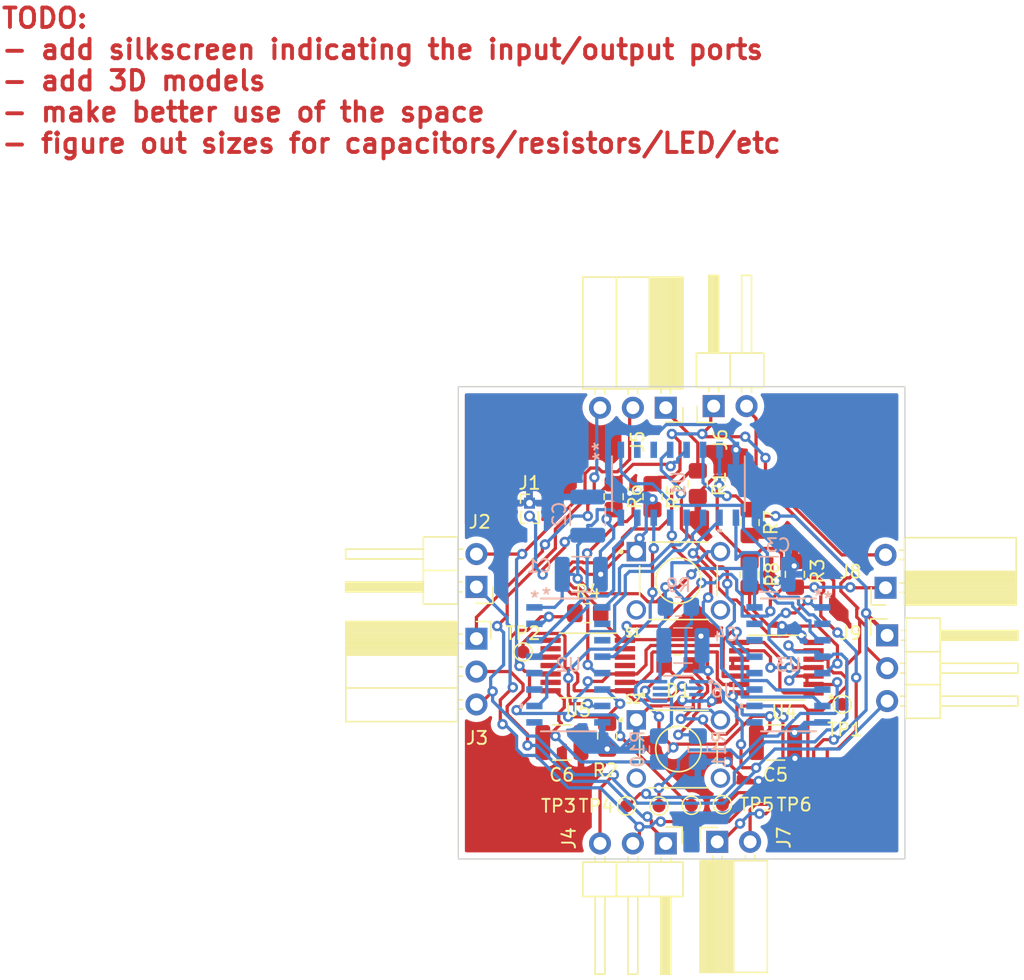
<source format=kicad_pcb>
(kicad_pcb (version 20211014) (generator pcbnew)
  (layers (0 "F.Cu" signal) (31 "B.Cu" signal) (34 "B.Paste" user) (35 "F.Paste" user) (36 "B.SilkS" user "B.Silkscreen") (37 "F.SilkS" user "F.Silkscreen") (38 "B.Mask" user) (39 "F.Mask" user) (44 "Edge.Cuts" user))
  (net 0 "")
  (net 1 "GND")
  (net 2 "Net-(D1-Pad2)")
  (net 3 "+3V3")
  (net 4 "SELF")
  (net 5 "CLK")
  (net 6 "1_IN")
  (net 7 "2_IN")
  (net 8 "3_IN")
  (net 9 "4_IN")
  (net 10 "6_IN")
  (net 11 "7_IN")
  (net 12 "8_IN")
  (net 13 "9_IN")
  (net 14 "Net-(R10-Pad1)")
  (net 15 "Net-(R9-Pad1)")
  (net 16 "NEXT_SELF")
  (net 17 "NUM_NBOR_b0")
  (net 18 "NUM_NBOR_b1")
  (net 19 "NUM_NBOR_b2")
  (net 20 "NUM_NBOR_b3")
  (net 21 "Net-(U1-Pad1)")
  (net 26 "Net-(U1-Pad4)")
  (net 27 "Net-(U1-Pad9)")
  (net 28 "Net-(U1-Pad10)")
  (net 29 "Net-(U1-Pad11)")
  (net 30 "Net-(U1-Pad12)")
  (net 31 "Net-(U1-Pad13)")
  (net 32 "Net-(U1-Pad14)")
  (net 33 "Net-(U1-Pad15)")
  (net 45 "Net-(U4-Pad1)")
  (net 46 "Net-(U4-Pad4)")
  (net 47 "Net-(U4-Pad10)")
  (net 48 "Net-(U4-Pad13)")
  (footprint "Resistor_SMD:R_0805_2012Metric_Pad1.20x1.40mm_HandSolder" (layer "F.Cu") (at 225 56 -90)
    (fp_text reference "R1")
    (fp_text value "10kΩ")
  )
  (footprint "Capacitor_SMD:C_1210_3225Metric" (layer "F.Cu") (at 231 76)
    (fp_text reference "C5")
    (fp_text value "C")
  )
  (footprint "Connector_PinHeader_2.54mm:PinHeader_1x02_P2.54mm_Horizontal" (layer "F.Cu") (at 226.225 50 90)
    (fp_text reference "J6")
    (fp_text value "N")
  )
  (footprint "TestPoint:TestPoint_Pad_D1.0mm" (layer "F.Cu") (at 226.9 80.8)
    (fp_text reference "TP6")
    (fp_text value "5011")
  )
  (footprint "TestPoint:TestPoint_Pad_D1.0mm" (layer "F.Cu") (at 224.5 80.85)
    (fp_text reference "TP5")
    (fp_text value "5011")
  )
  (footprint "footprints:SW_1825910-6-btn" (layer "F.Cu") (at 223.5 63.5)
    (fp_text reference "S1")
    (fp_text value "btn-revive-cell")
  )
  (footprint "Resistor_SMD:R_0805_2012Metric_Pad1.20x1.40mm_HandSolder" (layer "F.Cu") (at 221.5 57 -90)
    (fp_text reference "R5")
    (fp_text value "10kΩ")
  )
  (footprint "Resistor_SMD:R_0805_2012Metric_Pad1.20x1.40mm_HandSolder" (layer "F.Cu") (at 218 75.5 -90)
    (fp_text reference "R2")
    (fp_text value "10kΩ")
  )
  (footprint "footprints:SN74HC02PWR_NOR_4CH_2-INP" (layer "F.Cu") (at 231.07 70.212796 180)
    (fp_text reference "U4")
    (fp_text value "SN74HC02PWR")
  )
  (footprint "TestPoint:TestPoint_Pad_D1.0mm" (layer "F.Cu") (at 219.5 80.9)
    (fp_text reference "TP3")
    (fp_text value "5011")
  )
  (footprint "Connector_PinHeader_2.54mm:PinHeader_1x03_P2.54mm_Horizontal" (layer "F.Cu") (at 239.625 67.715)
    (fp_text reference "J9")
    (fp_text value "E")
  )
  (footprint "Resistor_SMD:R_0805_2012Metric_Pad1.20x1.40mm_HandSolder" (layer "F.Cu") (at 229 59 -90)
    (fp_text reference "R7")
    (fp_text value "10kΩ")
  )
  (footprint "Connector_PinSocket_2.54mm:PinSocket_1x03_P2.54mm_Horizontal" (layer "F.Cu") (at 222.525 50.125 -90)
    (fp_text reference "J5")
    (fp_text value "N")
  )
  (footprint "Connector_PinSocket_2.54mm:PinSocket_1x02_P2.54mm_Horizontal" (layer "F.Cu") (at 239.5 64.04 180)
    (fp_text reference "J8")
    (fp_text value "E")
  )
  (footprint "Resistor_SMD:R_0805_2012Metric_Pad1.20x1.40mm_HandSolder" (layer "F.Cu") (at 229 63 -90)
    (fp_text reference "R8")
    (fp_text value "10kΩ")
  )
  (footprint "Connector_PinSocket_2.54mm:PinSocket_1x02_P2.54mm_Horizontal" (layer "F.Cu") (at 226.5 83.675 90)
    (fp_text reference "J7")
    (fp_text value "S")
  )
  (footprint "TestPoint:TestPoint_Pad_D1.0mm" (layer "F.Cu") (at 236.15 73.05)
    (fp_text reference "TP1")
    (fp_text value "5011")
  )
  (footprint "Connector_PinHeader_2.54mm:PinHeader_1x02_P2.54mm_Horizontal" (layer "F.Cu") (at 207.9 63.975 180)
    (fp_text reference "J2")
    (fp_text value "W")
  )
  (footprint "Connector_PinHeader_2.54mm:PinHeader_1x03_P2.54mm_Horizontal" (layer "F.Cu") (at 222.525 83.8 -90)
    (fp_text reference "J4")
    (fp_text value "S")
  )
  (footprint "Resistor_SMD:R_0805_2012Metric_Pad1.20x1.40mm_HandSolder" (layer "F.Cu") (at 232.5 63 90)
    (fp_text reference "R3")
    (fp_text value "10kΩ")
  )
  (footprint "Capacitor_SMD:C_1210_3225Metric" (layer "F.Cu") (at 214.5 76)
    (fp_text reference "C6")
    (fp_text value "C")
  )
  (footprint "Connector_PinHeader_1.00mm:PinHeader_1x02_P1.00mm_Vertical" (layer "F.Cu") (at 212 57.5)
    (fp_text reference "J1")
    (fp_text value "Power In")
  )
  (footprint "digikey-footprints:0805" (layer "F.Cu") (at 223.45 70)
    (fp_text reference "D1")
    (fp_text value "CELL_LED")
  )
  (footprint "TestPoint:TestPoint_Pad_D1.0mm" (layer "F.Cu") (at 222 80.9)
    (fp_text reference "TP4")
    (fp_text value "5011")
  )
  (footprint "Resistor_SMD:R_0805_2012Metric_Pad1.20x1.40mm_HandSolder" (layer "F.Cu") (at 218.5 57 -90)
    (fp_text reference "R6")
    (fp_text value "10kΩ")
  )
  (footprint "Connector_PinSocket_2.54mm:PinSocket_1x03_P2.54mm_Horizontal" (layer "F.Cu") (at 207.9 67.975)
    (fp_text reference "J3")
    (fp_text value "W")
  )
  (footprint "Resistor_SMD:R_0805_2012Metric_Pad1.20x1.40mm_HandSolder" (layer "F.Cu") (at 216.5 66)
    (fp_text reference "R4")
    (fp_text value "10kΩ")
  )
  (footprint "footprints:SW_1825910-6-btn" (layer "F.Cu") (at 223.5 76.5)
    (fp_text reference "S2")
    (fp_text value "btn-kill-cell")
  )
  (footprint "footprints:SN74HC02PWR_NOR_4CH_2-INP" (layer "F.Cu") (at 216.5 70.05 180)
    (fp_text reference "U5")
    (fp_text value "SN74HC02PWR")
  )
  (footprint "TestPoint:TestPoint_Pad_D1.0mm" (layer "F.Cu") (at 211.5 69)
    (fp_text reference "TP2")
    (fp_text value "5011")
  )
  (footprint "Resistor_SMD:R_0805_2012Metric_Pad1.20x1.40mm_HandSolder" (layer "B.Cu") (at 223.5 65.5 180)
    (fp_text reference "R9")
    (fp_text value "10kΩ")
  )
  (footprint "Resistor_SMD:R_0805_2012Metric_Pad1.20x1.40mm_HandSolder" (layer "B.Cu") (at 225 76.5 90)
    (fp_text reference "R11")
    (fp_text value "220Ω")
  )
  (footprint "Capacitor_SMD:C_1210_3225Metric" (layer "B.Cu") (at 223.85 68.5)
    (fp_text reference "C4")
    (fp_text value "C")
  )
  (footprint "Resistor_SMD:R_0805_2012Metric_Pad1.20x1.40mm_HandSolder" (layer "B.Cu") (at 222 76.5 -90)
    (fp_text reference "R10")
    (fp_text value "10kΩ")
  )
  (footprint "footprints:CD74HC283M96_4bit_adder_D16-L" (layer "B.Cu") (at 215 70 180)
    (fp_text reference "U2")
    (fp_text value "CD74HC283M96")
  )
  (footprint "Capacitor_SMD:C_1210_3225Metric" (layer "B.Cu") (at 230.5 63)
    (fp_text reference "C3")
    (fp_text value "C")
  )
  (footprint "Capacitor_SMD:C_1210_3225Metric" (layer "B.Cu") (at 216.5 58.5 90)
    (fp_text reference "C2")
    (fp_text value "C")
  )
  (footprint "Capacitor_SMD:C_1210_3225Metric" (layer "B.Cu") (at 216 63 180)
    (fp_text reference "C1")
    (fp_text value "C")
  )
  (footprint "footprints:SN74LVC2G74DCUR_d-flip-flop" (layer "B.Cu") (at 223.485 72.05 180)
    (fp_text reference "U6")
    (fp_text value "SN74LVC2G74DCUR")
  )
  (footprint "footprints:CD74HC283M96_4bit_adder_D16-L" (layer "B.Cu") (at 232 70 180)
    (fp_text reference "U3")
    (fp_text value "CD74HC283M96")
  )
  (footprint "footprints:CD74HC283M96_4bit_adder_D16-L" (layer "B.Cu") (at 223.5 56 -90)
    (fp_text reference "U1")
    (fp_text value "CD74HC283M96")
  )
  (gr_rect (start 241 48.5) (end 206.5 85) (layer "Edge.Cuts") (width 0.1) (fill none))
  (gr_text "TODO:\n- add silkscreen indicating the input/output ports\n- add 3D models\n- make better use of the space\n- figure out sizes for capacitors/resistors/LED/etc" (at 171.1 24.85) (layer "F.Cu") (effects (font (size 1.5 1.5) (thickness 0.3)) (justify left)))
  (segment (start 234 62) (end 235 63) (width 0.25) (layer "F.Cu") (net 1))
  (segment (start 223.1 73.15) (end 223.548527 72.701473) (width 0.25) (layer "F.Cu") (net 1))
  (segment (start 223.548527 72.701473) (end 223.806191 72.701473) (width 0.25) (layer "F.Cu") (net 1))
  (segment (start 230.502061 67.002061) (end 231.502061 67.002061) (width 0.25) (layer "F.Cu") (net 1))
  (segment (start 225.780981 70.45) (end 225.780981 70.992415) (width 0.25) (layer "F.Cu") (net 1))
  (segment (start 223.079567 73.170433) (end 223.1 73.15) (width 0.25) (layer "F.Cu") (net 1))
  (segment (start 219.37 68.1) (end 219.41952 68.05048) (width 0.25) (layer "F.Cu") (net 1))
  (segment (start 230.59854 64) (end 231.09854 63.5) (width 0.25) (layer "F.Cu") (net 1))
  (segment (start 225 57) (end 225 56.763455) (width 0.25) (layer "F.Cu") (net 1))
  (segment (start 228.7755 79) (end 227.2755 77.5) (width 0.25) (layer "F.Cu") (net 1))
  (segment (start 232.5 62) (end 232.5 62.294532) (width 0.25) (layer "F.Cu") (net 1))
  (segment (start 230.344919 66.844919) (end 229 65.5) (width 0.25) (layer "F.Cu") (net 1))
  (segment (start 226.2 71.411434) (end 226.2 72.652276) (width 0.25) (layer "F.Cu") (net 1))
  (segment (start 215.5 62.5) (end 215 63) (width 0.25) (layer "F.Cu") (net 1))
  (segment (start 218.5 57.975402) (end 218.5 58) (width 0.25) (layer "F.Cu") (net 1))
  (segment (start 233.431715 68.156215) (end 233 67.7245) (width 0.25) (layer "F.Cu") (net 1))
  (segment (start 215 63) (end 215 63.629697) (width 0.25) (layer "F.Cu") (net 1))
  (segment (start 219.37 68.1) (end 219.1 68.1) (width 0.25) (layer "F.Cu") (net 1))
  (segment (start 220.25 74.25) (end 221.329567 73.170433) (width 0.25) (layer "F.Cu") (net 1))
  (segment (start 229 64) (end 230.59854 64) (width 0.25) (layer "F.Cu") (net 1))
  (segment (start 221.5 57.1995) (end 221.5 58) (width 0.25) (layer "F.Cu") (net 1))
  (segment (start 232.5 62.294532) (end 232.443552 62.35098) (width 0.25) (layer "F.Cu") (net 1))
  (segment (start 217.5 63) (end 216.419531 63) (width 0.25) (layer "F.Cu") (net 1))
  (segment (start 232.5 62) (end 234 62) (width 0.25) (layer "F.Cu") (net 1))
  (segment (start 221.329567 73.170433) (end 223.079567 73.170433) (width 0.25) (layer "F.Cu") (net 1))
  (segment (start 216.475 76.5) (end 215.975 76) (width 0.25) (layer "F.Cu") (net 1))
  (segment (start 232.475 77.1995) (end 232.5 77.2245) (width 0.25) (layer "F.Cu") (net 1))
  (segment (start 224.967166 68.05048) (end 225.242146 67.7755) (width 0.25) (layer "F.Cu") (net 1))
  (segment (start 220.25 60.4745) (end 220.5 60.2245) (width 0.25) (layer "F.Cu") (net 1))
  (segment (start 230.344919 66.844919) (end 230.502061 67.002061) (width 0.25) (layer "F.Cu") (net 1))
  (segment (start 227.026418 55.473583) (end 227.945 54.555001) (width 0.25) (layer "F.Cu") (net 1))
  (segment (start 229.70116 78.977332) (end 229.678492 79) (width 0.25) (layer "F.Cu") (net 1))
  (segment (start 215 63.629697) (end 215.424397 64.054094) (width 0.25) (layer "F.Cu") (net 1))
  (segment (start 219.41952 68.05048) (end 224.967166 68.05048) (width 0.25) (layer "F.Cu") (net 1))
  (segment (start 226.2 72.652276) (end 226.073081 72.779195) (width 0.25) (layer "F.Cu") (net 1))
  (segment (start 215.813293 64.054094) (end 217.5 65.740801) (width 0.25) (layer "F.Cu") (net 1))
  (segment (start 225.780981 70.992415) (end 226.2 71.411434) (width 0.25) (layer "F.Cu") (net 1))
  (segment (start 235.5 66) (end 236 66.5) (width 0.25) (layer "F.Cu") (net 1))
  (segment (start 235.5 63.5) (end 235.5 66) (width 0.25) (layer "F.Cu") (net 1))
  (segment (start 226.958248 55.405413) (end 227.026418 55.473583) (width 0.25) (layer "F.Cu") (net 1))
  (segment (start 226.358042 55.405413) (end 226.958248 55.405413) (width 0.25) (layer "F.Cu") (net 1))
  (segment (start 233.431715 68.262796) (end 233.431715 68.156215) (width 0.25) (layer "F.Cu") (net 1))
  (segment (start 229 65.5) (end 229 64) (width 0.25) (layer "F.Cu") (net 1))
  (segment (start 219.737701 56.737701) (end 218.5 57.975402) (width 0.25) (layer "F.Cu") (net 1))
  (segment (start 218 76.5) (end 216.475 76.5) (width 0.25) (layer "F.Cu") (net 1))
  (segment (start 232.475 76) (end 232.475 77.1995) (width 0.25) (layer "F.Cu") (net 1))
  (segment (start 216.419531 63) (end 215.919531 62.5) (width 0.25) (layer "F.Cu") (net 1))
  (segment (start 217.5 65.740801) (end 217.5 66) (width 0.25) (layer "F.Cu") (net 1))
  (segment (start 217.953926 58.7245) (end 217.953926 58.546074) (width 0.25) (layer "F.Cu") (net 1))
  (segment (start 227.945 54.555001) (end 227.945 53.37745) (width 0.25) (layer "F.Cu") (net 1))
  (segment (start 215.424397 64.054094) (end 215.813293 64.054094) (width 0.25) (layer "F.Cu") (net 1))
  (segment (start 217.5 63) (end 219.25 61.25) (width 0.25) (layer "F.Cu") (net 1))
  (segment (start 220.25 61.25) (end 220.25 60.4745) (width 0.25) (layer "F.Cu") (net 1))
  (segment (start 217.953926 58.546074) (end 218.5 58) (width 0.25) (layer "F.Cu") (net 1))
  (segment (start 229.678492 79) (end 228.7755 79) (width 0.25) (layer "F.Cu") (net 1))
  (segment (start 219.25 61.25) (end 220.25 61.25) (width 0.25) (layer "F.Cu") (net 1))
  (segment (start 215.919531 62.5) (end 215.5 62.5) (width 0.25) (layer "F.Cu") (net 1))
  (segment (start 225 56.763455) (end 226.358042 55.405413) (width 0.25) (layer "F.Cu") (net 1))
  (segment (start 217.5 66.5) (end 217.5 66) (width 0.25) (layer "F.Cu") (net 1))
  (segment (start 235 63) (end 235.5 63.5) (width 0.25) (layer "F.Cu") (net 1))
  (segment (start 219.1 68.1) (end 217.5 66.5) (width 0.25) (layer "F.Cu") (net 1))
  (via (at 226.073081 72.779195) (size 0.8) (drill 0.4) (layers "F.Cu" "B.Cu") (net 1))
  (via (at 232.5 77.2245) (size 0.8) (drill 0.4) (layers "F.Cu" "B.Cu") (net 1))
  (via (at 233 67.7245) (size 0.8) (drill 0.4) (layers "F.Cu" "B.Cu") (net 1))
  (via (at 220.5 60.2245) (size 0.8) (drill 0.4) (layers "F.Cu" "B.Cu") (net 1))
  (via (at 231.502061 67.002061) (size 0.8) (drill 0.4) (layers "F.Cu" "B.Cu") (net 1))
  (via (at 218 76.5) (size 0.8) (drill 0.4) (layers "F.Cu" "B.Cu") (net 1))
  (via (at 221.5 57.1995) (size 0.8) (drill 0.4) (layers "F.Cu" "B.Cu") (net 1))
  (via (at 225.242146 67.7755) (size 0.8) (drill 0.4) (layers "F.Cu" "B.Cu") (net 1))
  (via (at 217.5 63) (size 0.8) (drill 0.4) (layers "F.Cu" "B.Cu") (net 1))
  (via (at 229.70116 78.977332) (size 0.8) (drill 0.4) (layers "F.Cu" "B.Cu") (net 1))
  (via (at 232.443552 62.35098) (size 0.8) (drill 0.4) (layers "F.Cu" "B.Cu") (net 1))
  (via (at 227.945 53.37745) (size 0.8) (drill 0.4) (layers "F.Cu" "B.Cu") (net 1))
  (via (at 232.475 75.22502) (size 0.8) (drill 0.4) (layers "F.Cu" "B.Cu") (net 1))
  (via (at 225.780981 70.45) (size 0.8) (drill 0.4) (layers "F.Cu" "B.Cu") (net 1))
  (via (at 217.953926 58.7245) (size 0.8) (drill 0.4) (layers "F.Cu" "B.Cu") (net 1))
  (via (at 227.2755 77.5) (size 0.8) (drill 0.4) (layers "F.Cu" "B.Cu") (net 1))
  (via (at 231.09854 63.5) (size 0.8) (drill 0.4) (layers "F.Cu" "B.Cu") (net 1))
  (via (at 219.737701 56.737701) (size 0.8) (drill 0.4) (layers "F.Cu" "B.Cu") (net 1))
  (via (at 223.806191 72.701473) (size 0.8) (drill 0.4) (layers "F.Cu" "B.Cu") (net 1))
  (segment (start 218 52.5) (end 218 55.5) (width 0.25) (layer "B.Cu") (net 1))
  (segment (start 220.5 60.2245) (end 221.016489 59.708011) (width 0.25) (layer "B.Cu") (net 1))
  (segment (start 218.5 59.5) (end 217.953926 58.953926) (width 0.25) (layer "B.Cu") (net 1))
  (segment (start 225.325 70.325) (end 225.325 68.5) (width 0.25) (layer "B.Cu") (net 1))
  (segment (start 225 77.5) (end 227.2755 77.5) (width 0.25) (layer "B.Cu") (net 1))
  (segment (start 221.016489 58) (end 221.016489 57.683011) (width 0.25) (layer "B.Cu") (net 1))
  (segment (start 231.975 63) (end 231.975 62.525) (width 0.25) (layer "B.Cu") (net 1))
  (segment (start 219.450402 57.025) (end 216.5 57.025) (width 0.25) (layer "B.Cu") (net 1))
  (segment (start 231.502061 67.002061) (end 232.277561 67.002061) (width 0.25) (layer "B.Cu") (net 1))
  (segment (start 231.7755 77.2245) (end 232.5 77.2245) (width 0.25) (layer "B.Cu") (net 1))
  (segment (start 231.475 63.5) (end 231.975 63) (width 0.25) (layer "B.Cu") (net 1))
  (segment (start 219.737701 56.737701) (end 221.038201 56.737701) (width 0.25) (layer "B.Cu") (net 1))
  (segment (start 223.904718 72.8) (end 224.89 72.8) (width 0.25) (layer "B.Cu") (net 1))
  (segment (start 217.475 63) (end 217.5 63) (width 0.25) (layer "B.Cu") (net 1))
  (segment (start 231.09854 63.5) (end 231.475 63.5) (width 0.25) (layer "B.Cu") (net 1))
  (segment (start 231.975 62.525) (end 232.5 62) (width 0.25) (layer "B.Cu") (net 1))
  (segment (start 219.024614 76.5) (end 218 76.5) (width 0.25) (layer "B.Cu") (net 1))
  (segment (start 225.325 70.325) (end 225.45 70.45) (width 0.25) (layer "B.Cu") (net 1))
  (segment (start 217.953926 58.953926) (end 217.953926 58.7245) (width 0.25) (layer "B.Cu") (net 1))
  (segment (start 225.45 70.45) (end 225.780981 70.45) (width 0.25) (layer "B.Cu") (net 1))
  (segment (start 229.70116 78.977332) (end 230.022668 78.977332) (width 0.25) (layer "B.Cu") (net 1))
  (segment (start 217.475 63) (end 217.475 61.237493) (width 0.25) (layer "B.Cu") (net 1))
  (segment (start 234.62255 74.445) (end 233.25502 74.445) (width 0.25) (layer "B.Cu") (net 1))
  (segment (start 232.277561 67.002061) (end 233 67.7245) (width 0.25) (layer "B.Cu") (net 1))
  (segment (start 217.62255 74.445) (end 217.62255 75.147164) (width 0.25) (layer "B.Cu") (net 1))
  (segment (start 220.25 75.274614) (end 220.25 74.25) (width 0.25) (layer "B.Cu") (net 1))
  (segment (start 226.073081 72.779195) (end 224.910805 72.779195) (width 0.25) (layer "B.Cu") (net 1))
  (segment (start 226.424787 51.424787) (end 222.575213 51.424787) (width 0.25) (layer "B.Cu") (net 1))
  (segment (start 217.62255 75.147164) (end 218.975386 76.5) (width 0.25) (layer "B.Cu") (net 1))
  (segment (start 221.016489 59.708011) (end 221.016489 58) (width 0.25) (layer "B.Cu") (net 1))
  (segment (start 218.975386 76.5) (end 219.024614 76.5) (width 0.25) (layer "B.Cu") (net 1))
  (segment (start 233.25502 74.445) (end 232.475 75.22502) (width 0.25) (layer "B.Cu") (net 1))
  (segment (start 221.038201 56.737701) (end 221.5 57.1995) (width 0.25) (layer "B.Cu") (net 1))
  (segment (start 221.016489 57.683011) (end 221.5 57.1995) (width 0.25) (layer "B.Cu") (net 1))
  (segment (start 219.237701 56.737701) (end 219.737701 56.737701) (width 0.25) (layer "B.Cu") (net 1))
  (segment (start 227.945 53.37745) (end 227.945 52.945) (width 0.25) (layer "B.Cu") (net 1))
  (segment (start 219.737701 56.737701) (end 219.450402 57.025) (width 0.25) (layer "B.Cu") (net 1))
  (segment (start 222.575213 51.424787) (end 222 52) (width 0.25) (layer "B.Cu") (net 1))
  (segment (start 218.5 52) (end 218 52.5) (width 0.25) (layer "B.Cu") (net 1))
  (segment (start 218 55.5) (end 219.237701 56.737701) (width 0.25) (layer "B.Cu") (net 1))
  (segment (start 219.024614 76.5) (end 220.25 75.274614) (width 0.25) (layer "B.Cu") (net 1))
  (segment (start 230.022668 78.977332) (end 231.7755 77.2245) (width 0.25) (layer "B.Cu") (net 1))
  (segment (start 218.5 60.212493) (end 218.5 59.5) (width 0.25) (layer "B.Cu") (net 1))
  (segment (start 224.910805 72.779195) (end 224.89 72.8) (width 0.25) (layer "B.Cu") (net 1))
  (segment (start 222 52) (end 218.5 52) (width 0.25) (layer "B.Cu") (net 1))
  (segment (start 227.945 52.945) (end 226.424787 51.424787) (width 0.25) (layer "B.Cu") (net 1))
  (segment (start 223.806191 72.701473) (end 223.904718 72.8) (width 0.25) (layer "B.Cu") (net 1))
  (segment (start 217.475 61.237493) (end 218.5 60.212493) (width 0.25) (layer "B.Cu") (net 1))
  (segment (start 224.677228 74.216797) (end 224.677228 73.924397) (width 0.25) (layer "F.Cu") (net 2))
  (segment (start 225.75048 72.077182) (end 225.75048 71.597632) (width 0.25) (layer "F.Cu") (net 2))
  (segment (start 224.5 70.347152) (end 224.5 70) (width 0.25) (layer "F.Cu") (net 2))
  (segment (start 225.101636 72.726026) (end 225.75048 72.077182) (width 0.25) (layer "F.Cu") (net 2))
  (segment (start 223.493773 75.400252) (end 224.677228 74.216797) (width 0.25) (layer "F.Cu") (net 2))
  (segment (start 224.677228 73.924397) (end 225.101636 73.499989) (width 0.25) (layer "F.Cu") (net 2))
  (segment (start 225.75048 71.597632) (end 224.5 70.347152) (width 0.25) (layer "F.Cu") (net 2))
  (segment (start 224.677228 70.177228) (end 224.5 70) (width 0.25) (layer "F.Cu") (net 2))
  (segment (start 225.101636 73.499989) (end 225.101636 72.726026) (width 0.25) (layer "F.Cu") (net 2))
  (via (at 223.493773 75.400252) (size 0.8) (drill 0.4) (layers "F.Cu" "B.Cu") (net 2))
  (segment (start 223.493773 75.400252) (end 224.900252 75.400252) (width 0.25) (layer "B.Cu") (net 2))
  (segment (start 224.900252 75.400252) (end 225 75.5) (width 0.25) (layer "B.Cu") (net 2))
  (segment (start 213.012299 62.623419) (end 213.012299 63.012299) (width 0.25) (layer "F.Cu") (net 3))
  (segment (start 223.368314 76.124763) (end 227.060955 76.124763) (width 0.25) (layer "F.Cu") (net 3))
  (segment (start 221.800103 65.123042) (end 222.5 64.423145) (width 0.25) (layer "F.Cu") (net 3))
  (segment (start 214 75.5) (end 213.475 75.5) (width 0.25) (layer "F.Cu") (net 3))
  (segment (start 223.5 64) (end 224.5 63) (width 0.25) (layer "F.Cu") (net 3))
  (segment (start 220.518174 64.5) (end 221.141216 65.123042) (width 0.25) (layer "F.Cu") (net 3))
  (segment (start 229.21095 73.974768) (end 230.565247 73.974768) (width 0.25) (layer "F.Cu") (net 3))
  (segment (start 230.565247 73.974768) (end 230.565247 74.959753) (width 0.25) (layer "F.Cu") (net 3))
  (segment (start 214.687598 73.287788) (end 214.687598 72.687598) (width 0.25) (layer "F.Cu") (net 3))
  (segment (start 227.691715 72.162796) (end 227.691715 72.421759) (width 0.25) (layer "F.Cu") (net 3))
  (segment (start 222.5 64.423145) (end 222.5 64) (width 0.25) (layer "F.Cu") (net 3))
  (segment (start 227.691715 72.421759) (end 227.699789 72.429833) (width 0.25) (layer "F.Cu") (net 3))
  (segment (start 214.7245 60.911218) (end 214.067859 61.567859) (width 0.25) (layer "F.Cu") (net 3))
  (segment (start 214.26319 73.712196) (end 214.687598 73.287788) (width 0.25) (layer "F.Cu") (net 3))
  (segment (start 223.11702 76.376057) (end 223.368314 76.124763) (width 0.25) (layer "F.Cu") (net 3))
  (segment (start 215.7245 63.329583) (end 216.894917 64.5) (width 0.25) (layer "F.Cu") (net 3))
  (segment (start 222.5 64) (end 223.5 64) (width 0.25) (layer "F.Cu") (net 3))
  (segment (start 213.475 75.5) (end 214.462894 74.512106) (width 0.25) (layer "F.Cu") (net 3))
  (segment (start 214.687598 72.687598) (end 214 72) (width 0.25) (layer "F.Cu") (net 3))
  (segment (start 214 72) (end 213.63 72) (width 0.25) (layer "F.Cu") (net 3))
  (segment (start 223.11702 76.376057) (end 222 75.259037) (width 0.25) (layer "F.Cu") (net 3))
  (segment (start 227.060955 76.124763) (end 229.21095 73.974768) (width 0.25) (layer "F.Cu") (net 3))
  (segment (start 214.7245 60.499547) (end 214.7245 60.911218) (width 0.25) (layer "F.Cu") (net 3))
  (segment (start 222 75.259037) (end 222 74) (width 0.25) (layer "F.Cu") (net 3))
  (segment (start 221.141216 65.123042) (end 221.800103 65.123042) (width 0.25) (layer "F.Cu") (net 3))
  (segment (start 216.894917 64.5) (end 220.518174 64.5) (width 0.25) (layer "F.Cu") (net 3))
  (segment (start 214.462894 74.512106) (end 214.26319 74.312402) (width 0.25) (layer "F.Cu") (net 3))
  (segment (start 214.26319 74.312402) (end 214.26319 73.712196) (width 0.25) (layer "F.Cu") (net 3))
  (segment (start 214.067859 61.567859) (end 213.012299 62.623419) (width 0.25) (layer "F.Cu") (net 3))
  (segment (start 230.565247 74.959753) (end 229.525 76) (width 0.25) (layer "F.Cu") (net 3))
  (via (at 213.012299 63.012299) (size 0.8) (drill 0.4) (layers "F.Cu" "B.Cu") (net 3))
  (via (at 222.5 64) (size 0.8) (drill 0.4) (layers "F.Cu" "B.Cu") (net 3))
  (via (at 224.5 63) (size 0.8) (drill 0.4) (layers "F.Cu" "B.Cu") (net 3))
  (via (at 230.565247 73.974768) (size 0.8) (drill 0.4) (layers "F.Cu" "B.Cu") (net 3))
  (via (at 223.11702 76.376057) (size 0.8) (drill 0.4) (layers "F.Cu" "B.Cu") (net 3))
  (via (at 215.7245 63.329583) (size 0.8) (drill 0.4) (layers "F.Cu" "B.Cu") (net 3))
  (via (at 227.699789 72.429833) (size 0.8) (drill 0.4) (layers "F.Cu" "B.Cu") (net 3))
  (via (at 214 75.5) (size 0.8) (drill 0.4) (layers "F.Cu" "B.Cu") (net 3))
  (via (at 214.7245 60.499547) (size 0.8) (drill 0.4) (layers "F.Cu" "B.Cu") (net 3))
  (via (at 222 74) (size 0.8) (drill 0.4) (layers "F.Cu" "B.Cu") (net 3))
  (segment (start 220.203178 71.696299) (end 220.627586 71.271891) (width 0.25) (layer "B.Cu") (net 3))
  (segment (start 213.012299 63.012299) (end 212.469929 62.469929) (width 0.25) (layer "B.Cu") (net 3))
  (segment (start 217.224511 58) (end 217.224511 58.800103) (width 0.25) (layer "B.Cu") (net 3))
  (segment (start 220.627586 71.271891) (end 222.051891 71.271891) (width 0.25) (layer "B.Cu") (net 3))
  (segment (start 218.43245 58) (end 217.224511 58) (width 0.25) (layer "B.Cu") (net 3))
  (segment (start 224.94863 62.55137) (end 224.5 63) (width 0.25) (layer "B.Cu") (net 3))
  (segment (start 228.424289 73.790778) (end 228.424289 73.424289) (width 0.25) (layer "B.Cu") (net 3))
  (segment (start 212.37745 65.555) (end 213.945 65.555) (width 0.25) (layer "B.Cu") (net 3))
  (segment (start 223.11702 76.376057) (end 223.11702 76.38298) (width 0.25) (layer "B.Cu") (net 3))
  (segment (start 220.627586 72.720913) (end 220.203178 72.296505) (width 0.25) (layer "B.Cu") (net 3))
  (segment (start 229.025 63) (end 228.57637 62.55137) (width 0.25) (layer "B.Cu") (net 3))
  (segment (start 222.5 66.5) (end 222.5 65.5) (width 0.25) (layer "B.Cu") (net 3))
  (segment (start 216.5 59.975) (end 215.249047 59.975) (width 0.25) (layer "B.Cu") (net 3))
  (segment (start 216.800103 59.224511) (end 216.5 59.224511) (width 0.25) (layer "B.Cu") (net 3))
  (segment (start 216.5 59.224511) (end 216.5 59.975) (width 0.25) (layer "B.Cu") (net 3))
  (segment (start 212.469929 62.469929) (end 212.469929 58.969929) (width 0.25) (layer "B.Cu") (net 3))
  (segment (start 222.051891 71.271891) (end 222.08 71.3) (width 0.25) (layer "B.Cu") (net 3))
  (segment (start 228.424289 73.424289) (end 227.699789 72.699789) (width 0.25) (layer "B.Cu") (net 3))
  (segment (start 215.249047 59.975) (end 214.7245 60.499547) (width 0.25) (layer "B.Cu") (net 3))
  (segment (start 220.720913 72.720913) (end 220.627586 72.720913) (width 0.25) (layer "B.Cu") (net 3))
  (segment (start 215.7245 63.329583) (end 215.7245 60.7505) (width 0.25) (layer "B.Cu") (net 3))
  (segment (start 227.699789 72.699789) (end 227.699789 72.429833) (width 0.25) (layer "B.Cu") (net 3))
  (segment (start 212.469929 58.969929) (end 212 58.5) (width 0.25) (layer "B.Cu") (net 3))
  (segment (start 220.203178 72.296505) (end 220.203178 71.696299) (width 0.25) (layer "B.Cu") (net 3))
  (segment (start 229.37745 63.35245) (end 229.025 63) (width 0.25) (layer "B.Cu") (net 3))
  (segment (start 228.5 73.866489) (end 228.424289 73.790778) (width 0.25) (layer "B.Cu") (net 3))
  (segment (start 229.37745 65.555) (end 229.37745 63.35245) (width 0.25) (layer "B.Cu") (net 3))
  (segment (start 222.08 71.3) (end 222.08 68.555) (width 0.25) (layer "B.Cu") (net 3))
  (segment (start 219.055 58.62255) (end 218.43245 58) (width 0.25) (layer "B.Cu") (net 3))
  (segment (start 228.57637 62.55137) (end 224.94863 62.55137) (width 0.25) (layer "B.Cu") (net 3))
  (segment (start 230.565247 73.974768) (end 230.456968 73.866489) (width 0.25) (layer "B.Cu") (net 3))
  (segment (start 230.456968 73.866489) (end 228.5 73.866489) (width 0.25) (layer "B.Cu") (net 3))
  (segment (start 222.025 68.5) (end 222.025 66.975) (width 0.25) (layer "B.Cu") (net 3))
  (segment (start 222 74) (end 220.720913 72.720913) (width 0.25) (layer "B.Cu") (net 3))
  (segment (start 214.525 64.975) (end 214.525 63) (width 0.25) (layer "B.Cu") (net 3))
  (segment (start 214 75.5) (end 216 77.5) (width 0.25) (layer "B.Cu") (net 3))
  (segment (start 222.025 66.975) (end 222.5 66.5) (width 0.25) (layer "B.Cu") (net 3))
  (segment (start 217.224511 58.800103) (end 216.800103 59.224511) (width 0.25) (layer "B.Cu") (net 3))
  (segment (start 222.5 64) (end 222.5 65.5) (width 0.25) (layer "B.Cu") (net 3))
  (segment (start 223.11702 76.38298) (end 222 77.5) (width 0.25) (layer "B.Cu") (net 3))
  (segment (start 215.7245 60.7505) (end 216.5 59.975) (width 0.25) (layer "B.Cu") (net 3))
  (segment (start 215.394917 63) (end 214.525 63) (width 0.25) (layer "B.Cu") (net 3))
  (segment (start 213.945 65.555) (end 214.525 64.975) (width 0.25) (layer "B.Cu") (net 3))
  (segment (start 215.7245 63.329583) (end 215.394917 63) (width 0.25) (layer "B.Cu") (net 3))
  (segment (start 222.08 68.555) (end 222.025 68.5) (width 0.25) (layer "B.Cu") (net 3))
  (segment (start 216 77.5) (end 222 77.5) (width 0.25) (layer "B.Cu") (net 3))
  (segment (start 224.652116 73.313792) (end 223.794274 74.171634) (width 0.25) (layer "F.Cu") (net 4))
  (segment (start 236.050989 64.300103) (end 237.363136 65.61225) (width 0.25) (layer "F.Cu") (net 4))
  (segment (start 209.7452 74.409396) (end 209.917902 74.582098) (width 0.25) (layer "F.Cu") (net 4))
  (segment (start 225.3 71.891944) (end 224.652116 72.539828) (width 0.25) (layer "F.Cu") (net 4))
  (segment (start 225.401739 74.2245) (end 225.401739 74.419914) (width 0.25) (layer "F.Cu") (net 4))
  (segment (start 222.4 70) (end 223.324511 70.924511) (width 0.25) (layer "F.Cu") (net 4))
  (segment (start 225.3 71.78287) (end 225.3 71.891944) (width 0.25) (layer "F.Cu") (net 4))
  (segment (start 220.487701 82.512299) (end 220.487701 83.122299) (width 0.25) (layer "F.Cu") (net 4))
  (segment (start 228.023511 73.176489) (end 233.176489 73.176489) (width 0.25) (layer "F.Cu") (net 4))
  (segment (start 235.06096 70.19105) (end 235.485368 70.615458) (width 0.25) (layer "F.Cu") (net 4))
  (segment (start 227.390605 82.109379) (end 222.133978 82.109379) (width 0.25) (layer "F.Cu") (net 4))
  (segment (start 220.487701 83.122299) (end 219.985 83.625) (width 0.25) (layer "F.Cu") (net 4))
  (segment (start 237.363136 65.61225) (end 237.275489 65.699897) (width 0.25) (layer "F.Cu") (net 4))
  (segment (start 236.509982 71.018083) (end 236.48821 71.039855) (width 0.25) (layer "F.Cu") (net 4))
  (segment (start 237 63) (end 236.724511 63.275489) (width 0.25) (layer "F.Cu") (net 4))
  (segment (start 236.063813 70.615458) (end 236.48821 71.039855) (width 0.25) (layer "F.Cu") (net 4))
  (segment (start 227.2 75.35) (end 228.023511 74.526489) (width 0.25) (layer "F.Cu") (net 4))
  (segment (start 235.011151 69.562796) (end 235.06096 69.612605) (width 0.25) (layer "F.Cu") (net 4))
  (segment (start 235.564136 72.564136) (end 234.628272 73.5) (width 0.25) (layer "F.Cu") (net 4))
  (segment (start 225.401739 74.419914) (end 226.331825 75.35) (width 0.25) (layer "F.Cu") (net 4))
  (segment (start 228.54 50) (end 229.5 50.96) (width 0.25) (layer "F.Cu") (net 4))
  (segment (start 210.713095 71.737693) (end 209.7452 72.705588) (width 0.25) (layer "F.Cu") (net 4))
  (segment (start 224.652116 72.539828) (end 224.652116 73.313792) (width 0.25) (layer "F.Cu") (net 4))
  (segment (start 229.174015 80.325969) (end 227.390605 82.109379) (width 0.25) (layer "F.Cu") (net 4))
  (segment (start 239.625 70.255) (end 238 68.63) (width 0.25) (layer "F.Cu") (net 4))
  (segment (start 236.48821 71.640061) (end 235.564136 72.564136) (width 0.25) (layer "F.Cu") (net 4))
  (segment (start 229.5 55.5) (end 237 63) (width 0.25) (layer "F.Cu") (net 4))
  (segment (start 233.431715 69.562796) (end 235.011151 69.562796) (width 0.25) (layer "F.Cu") (net 4))
  (segment (start 238 68.63) (end 238 67.024614) (width 0.25) (layer "F.Cu") (net 4))
  (segment (start 237.5 69) (end 236.509982 69.990018) (width 0.25) (layer "F.Cu") (net 4))
  (segment (start 237.275489 65.699897) (end 237.275489 66.300103) (width 0.25) (layer "F.Cu") (net 4))
  (segment (start 233.5 73.5) (end 233.5 77.5) (width 0.25) (layer "F.Cu") (net 4))
  (segment (start 229.5 50.96) (end 229.5 55.5) (width 0.25) (layer "F.Cu") (net 4))
  (segment (start 223.794274 74.171634) (end 223.68902 74.171634) (width 0.25) (layer "F.Cu") (net 4))
  (segment (start 238 67.024614) (end 237.5 66.524614) (width 0.25) (layer "F.Cu") (net 4))
  (segment (start 236.475397 63.275489) (end 236.050989 63.699897) (width 0.25) (layer "F.Cu") (net 4))
  (segment (start 226.331825 75.35) (end 227.2 75.35) (width 0.25) (layer "F.Cu") (net 4))
  (segment (start 236.724511 63.275489) (end 236.475397 63.275489) (width 0.25) (layer "F.Cu") (net 4))
  (segment (start 237.275489 66.300103) (end 237.5 66.524614) (width 0.25) (layer "F.Cu") (net 4))
  (segment (start 236.48821 71.039855) (end 236.48821 71.640061) (width 0.25) (layer "F.Cu") (net 4))
  (segment (start 230.152595 80.325969) (end 229.174015 80.325969) (width 0.25) (layer "F.Cu") (net 4))
  (segment (start 234.628272 73.5) (end 233.5 73.5) (width 0.25) (layer "F.Cu") (net 4))
  (segment (start 222.4 70.524091) (end 222.4 70) (width 0.25) (layer "F.Cu") (net 4))
  (segment (start 235.485368 70.615458) (end 236.063813 70.615458) (width 0.25) (layer "F.Cu") (net 4))
  (segment (start 235.06096 69.612605) (end 235.06096 70.19105) (width 0.25) (layer "F.Cu") (net 4))
  (segment (start 233.176489 73.176489) (end 233.5 73.5) (width 0.25) (layer "F.Cu") (net 4))
  (segment (start 236 73) (end 235.564136 72.564136) (width 0.25) (layer "F.Cu") (net 4))
  (segment (start 224.441641 70.924511) (end 225.3 71.78287) (width 0.25) (layer "F.Cu") (net 4))
  (segment (start 236.509982 69.990018) (end 236.509982 71.018083) (width 0.25) (layer "F.Cu") (net 4))
  (segment (start 209.7452 72.705588) (end 209.7452 74.409396) (width 0.25) (layer "F.Cu") (net 4))
  (segment (start 223.324511 70.924511) (end 224.441641 70.924511) (width 0.25) (layer "F.Cu") (net 4))
  (segment (start 232.478564 78) (end 230.152595 80.325969) (width 0.25) (layer "F.Cu") (net 4))
  (segment (start 233 78) (end 232.478564 78) (width 0.25) (layer "F.Cu") (net 4))
  (segment (start 220.927689 71.996402) (end 222.4 70.524091) (width 0.25) (layer "F.Cu") (net 4))
  (segment (start 233.5 77.5) (end 233 78) (width 0.25) (layer "F.Cu") (net 4))
  (segment (start 228.023511 74.526489) (end 228.023511 73.176489) (width 0.25) (layer "F.Cu") (net 4))
  (segment (start 237.5 66.524614) (end 237.5 69) (width 0.25) (layer "F.Cu") (net 4))
  (segment (start 236.050989 63.699897) (end 236.050989 64.300103) (width 0.25) (layer "F.Cu") (net 4))
  (via (at 209.917902 74.582098) (size 0.8) (drill 0.4) (layers "F.Cu" "B.Cu") (net 4))
  (via (at 220.487701 82.512299) (size 0.8) (drill 0.4) (layers "F.Cu" "B.Cu") (net 4))
  (via (at 210.713095 71.737693) (size 0.8) (drill 0.4) (layers "F.Cu" "B.Cu") (net 4))
  (via (at 222.133978 82.109379) (size 0.8) (drill 0.4) (layers "F.Cu" "B.Cu") (net 4))
  (via (at 223.68902 74.171634) (size 0.8) (drill 0.4) (layers "F.Cu" "B.Cu") (net 4))
  (via (at 225.401739 74.2245) (size 0.8) (drill 0.4) (layers "F.Cu" "B.Cu") (net 4))
  (via (at 220.927689 71.996402) (size 0.8) (drill 0.4) (layers "F.Cu" "B.Cu") (net 4))
  (segment (start 222.133978 82.109379) (end 221.74111 82.109379) (width 0.25) (layer "B.Cu") (net 4))
  (segment (start 211 75.5) (end 210 74.5) (width 0.25) (layer "B.Cu") (net 4))
  (segment (start 215 79.5) (end 212.5 77) (width 0.25) (layer "B.Cu") (net 4))
  (segment (start 212.5 77) (end 211.5 77) (width 0.25) (layer "B.Cu") (net 4))
  (segment (start 210.5 67.024614) (end 210.275489 66.800103) (width 0.25) (layer "B.Cu") (net 4))
  (segment (start 210.5 71.524598) (end 210.5 67.024614) (width 0.25) (layer "B.Cu") (net 4))
  (segment (start 221.33819 82.512299) (end 220.487701 82.512299) (width 0.25) (layer "B.Cu") (net 4))
  (segment (start 221.44583 72.8) (end 222.08 72.8) (width 0.25) (layer "B.Cu") (net 4))
  (segment (start 211 76.5) (end 211 75.5) (width 0.25) (layer "B.Cu") (net 4))
  (segment (start 221.74111 82.109379) (end 221.33819 82.512299) (width 0.25) (layer "B.Cu") (net 4))
  (segment (start 210 74.5) (end 209.917902 74.582098) (width 0.25) (layer "B.Cu") (net 4))
  (segment (start 210.713095 71.737693) (end 210.5 71.524598) (width 0.25) (layer "B.Cu") (net 4))
  (segment (start 211.5 77) (end 211 76.5) (width 0.25) (layer "B.Cu") (net 4))
  (segment (start 210.275489 66.350489) (end 207.9 63.975) (width 0.25) (layer "B.Cu") (net 4))
  (segment (start 220.927689 71.996402) (end 220.927689 72.281859) (width 0.25) (layer "B.Cu") (net 4))
  (segment (start 220.927689 72.281859) (end 221.44583 72.8) (width 0.25) (layer "B.Cu") (net 4))
  (segment (start 225.348873 74.171634) (end 225.401739 74.2245) (width 0.25) (layer "B.Cu") (net 4))
  (segment (start 217.475402 79.5) (end 215.5 79.5) (width 0.25) (layer "B.Cu") (net 4))
  (segment (start 220.487701 82.512299) (end 217.475402 79.5) (width 0.25) (layer "B.Cu") (net 4))
  (segment (start 210.275489 66.800103) (end 210.275489 66.350489) (width 0.25) (layer "B.Cu") (net 4))
  (segment (start 223.68902 74.171634) (end 225.348873 74.171634) (width 0.25) (layer "B.Cu") (net 4))
  (segment (start 215.5 79.5) (end 215 79.5) (width 0.25) (layer "B.Cu") (net 4))
  (segment (start 209.15 72.05) (end 208.145 73.055) (width 0.25) (layer "F.Cu") (net 5))
  (segment (start 228.4495 77.9495) (end 229.5 77.9495) (width 0.25) (layer "F.Cu") (net 5))
  (segment (start 217 55.524598) (end 217.012299 55.512299) (width 0.25) (layer "F.Cu") (net 5))
  (segment (start 218.512299 78.487701) (end 217.445 79.555) (width 0.25) (layer "F.Cu") (net 5))
  (segment (start 209.5 67) (end 210.275489 66.224511) (width 0.25) (layer "F.Cu") (net 5))
  (segment (start 217 56.5) (end 217 55.524598) (width 0.25) (layer "F.Cu") (net 5))
  (segment (start 217.445 79.555) (end 217.445 83.625) (width 0.25) (layer "F.Cu") (net 5))
  (segment (start 228.337951 76.137451) (end 228.337951 77.837951) (width 0.25) (layer "F.Cu") (net 5))
  (segment (start 210.275489 64.724511) (end 211.5 63.5) (width 0.25) (layer "F.Cu") (net 5))
  (segment (start 210.275489 66.224511) (end 210.275489 64.724511) (width 0.25) (layer "F.Cu") (net 5))
  (segment (start 208.145 73.055) (end 207.9 73.055) (width 0.25) (layer "F.Cu") (net 5))
  (segment (start 214 59.5) (end 217 56.5) (width 0.25) (layer "F.Cu") (net 5))
  (segment (start 211.5 63.5) (end 214 61) (width 0.25) (layer "F.Cu") (net 5))
  (segment (start 214 60) (end 214 59.5) (width 0.25) (layer "F.Cu") (net 5))
  (segment (start 214 61) (end 214 60) (width 0.25) (layer "F.Cu") (net 5))
  (segment (start 228.337951 77.837951) (end 228.4495 77.9495) (width 0.25) (layer "F.Cu") (net 5))
  (via (at 209.5 67) (size 0.8) (drill 0.4) (layers "F.Cu" "B.Cu") (net 5))
  (via (at 228.337951 76.137451) (size 0.8) (drill 0.4) (layers "F.Cu" "B.Cu") (net 5))
  (via (at 229.5 77.9495) (size 0.8) (drill 0.4) (layers "F.Cu" "B.Cu") (net 5))
  (via (at 209.15 72.05) (size 0.8) (drill 0.4) (layers "F.Cu" "B.Cu") (net 5))
  (via (at 217.012299 55.512299) (size 0.8) (drill 0.4) (layers "F.Cu" "B.Cu") (net 5))
  (via (at 218.512299 78.487701) (size 0.8) (drill 0.4) (layers "F.Cu" "B.Cu") (net 5))
  (segment (start 211.860402 75.5) (end 212.575011 75.5) (width 0.25) (layer "B.Cu") (net 5))
  (segment (start 215.487701 78.487701) (end 218.512299 78.487701) (width 0.25) (layer "B.Cu") (net 5))
  (segment (start 226.975278 72.729936) (end 227.974769 73.729427) (width 0.25) (layer "B.Cu") (net 5))
  (segment (start 210 67.5) (end 209.5 67) (width 0.25) (layer "B.Cu") (net 5))
  (segment (start 209.15 72.789598) (end 211.860402 75.5) (width 0.25) (layer "B.Cu") (net 5))
  (segment (start 229.5 77.9495) (end 229.5 78.153893) (width 0.25) (layer "B.Cu") (net 5))
  (segment (start 209.15 72.05) (end 209.15 72.789598) (width 0.25) (layer "B.Cu") (net 5))
  (segment (start 235.92 76.5) (end 239.625 72.795) (width 0.25) (layer "B.Cu") (net 5))
  (segment (start 228.424289 76.051113) (end 228.337951 76.137451) (width 0.25) (layer "B.Cu") (net 5))
  (segment (start 227.974769 73.729427) (end 227.974769 73.976976) (width 0.25) (layer "B.Cu") (net 5))
  (segment (start 220.322048 80.68633) (end 218.512299 78.876581) (width 0.25) (layer "B.Cu") (net 5))
  (segment (start 212.575011 75.575011) (end 215.487701 78.487701) (width 0.25) (layer "B.Cu") (net 5))
  (segment (start 224.89 71.3) (end 226.145548 71.3) (width 0.25) (layer "B.Cu") (net 5))
  (segment (start 212.575011 75.5) (end 212.575011 75.575011) (width 0.25) (layer "B.Cu") (net 5))
  (segment (start 217.195 55.329598) (end 217.195 50.125) (width 0.25) (layer "B.Cu") (net 5))
  (segment (start 209.15 72.05) (end 209 71.9) (width 0.25) (layer "B.Cu") (net 5))
  (segment (start 218.512299 78.876581) (end 218.512299 78.487701) (width 0.25) (layer "B.Cu") (net 5))
  (segment (start 229.5 78.153893) (end 226.967562 80.68633) (width 0.25) (layer "B.Cu") (net 5))
  (segment (start 227.974769 73.976976) (end 228.424289 74.426496) (width 0.25) (layer "B.Cu") (net 5))
  (segment (start 210 70) (end 210 67.5) (width 0.25) (layer "B.Cu") (net 5))
  (segment (start 229.5 77.9495) (end 230.9495 76.5) (width 0.25) (layer "B.Cu") (net 5))
  (segment (start 209 71) (end 210 70) (width 0.25) (layer "B.Cu") (net 5))
  (segment (start 226.967562 80.68633) (end 220.322048 80.68633) (width 0.25) (layer "B.Cu") (net 5))
  (segment (start 209 71.9) (end 209 71) (width 0.25) (layer "B.Cu") (net 5))
  (segment (start 217.012299 55.512299) (end 217.195 55.329598) (width 0.25) (layer "B.Cu") (net 5))
  (segment (start 228.424289 74.426496) (end 228.424289 76.051113) (width 0.25) (layer "B.Cu") (net 5))
  (segment (start 226.145548 71.3) (end 226.975278 72.12973) (width 0.25) (layer "B.Cu") (net 5))
  (segment (start 230.9495 76.5) (end 235.92 76.5) (width 0.25) (layer "B.Cu") (net 5))
  (segment (start 226.975278 72.12973) (end 226.975278 72.729936) (width 0.25) (layer "B.Cu") (net 5))
  (segment (start 222.975989 58.524011) (end 222 59.5) (width 0.25) (layer "F.Cu") (net 6))
  (segment (start 215.2382 64.503614) (end 215.627095 64.503614) (width 0.25) (layer "F.Cu") (net 6))
  (segment (start 219.176489 60.176489) (end 219.176489 60.687793) (width 0.25) (layer "F.Cu") (net 6))
  (segment (start 217.756543 62.107739) (end 216.148897 62.107739) (width 0.25) (layer "F.Cu") (net 6))
  (segment (start 224.451386 55) (end 222.975989 56.475397) (width 0.25) (layer "F.Cu") (net 6))
  (segment (start 222.975989 56.475397) (end 222.975989 58.524011) (width 0.25) (layer "F.Cu") (net 6))
  (segment (start 219.852978 59.5) (end 219.176489 60.176489) (width 0.25) (layer "F.Cu") (net 6))
  (segment (start 225 55) (end 224.451386 55) (width 0.25) (layer "F.Cu") (net 6))
  (segment (start 216.5 65.376519) (end 216.5 70) (width 0.25) (layer "F.Cu") (net 6))
  (segment (start 216.091638 62.05048) (end 215.313802 62.05048) (width 0.25) (layer "F.Cu") (net 6))
  (segment (start 225 52.85) (end 225 55) (width 0.25) (layer "F.Cu") (net 6))
  (segment (start 222.275 50.125) (end 225 52.85) (width 0.25) (layer "F.Cu") (net 6))
  (segment (start 215.627095 64.503614) (end 216.5 65.376519) (width 0.25) (layer "F.Cu") (net 6))
  (segment (start 214.55048 63.815895) (end 215.2382 64.503614) (width 0.25) (layer "F.Cu") (net 6))
  (segment (start 216.148897 62.107739) (end 216.091638 62.05048) (width 0.25) (layer "F.Cu") (net 6))
  (segment (start 222 59.5) (end 219.852978 59.5) (width 0.25) (layer "F.Cu") (net 6))
  (segment (start 215.313802 62.05048) (end 214.55048 62.813803) (width 0.25) (layer "F.Cu") (net 6))
  (segment (start 214.55048 62.813803) (end 214.55048 63.815895) (width 0.25) (layer "F.Cu") (net 6))
  (segment (start 219.176489 60.687793) (end 217.756543 62.107739) (width 0.25) (layer "F.Cu") (net 6))
  (via (at 216.5 70) (size 0.8) (drill 0.4) (layers "F.Cu" "B.Cu") (net 6))
  (segment (start 217.62255 70.635) (end 217.135 70.635) (width 0.25) (layer "B.Cu") (net 6))
  (segment (start 217.135 70.635) (end 216.5 70) (width 0.25) (layer "B.Cu") (net 6))
  (segment (start 212 70.5) (end 211.643395 70.5) (width 0.25) (layer "F.Cu") (net 7))
  (segment (start 217.600094 55.07548) (end 217.312402 54.787788) (width 0.25) (layer "F.Cu") (net 7))
  (segment (start 216.287788 55.212196) (end 216.287788 56.576494) (width 0.25) (layer "F.Cu") (net 7))
  (segment (start 218 74.5) (end 218 74) (width 0.25) (layer "F.Cu") (net 7))
  (segment (start 211.643395 70.5) (end 211.2245 70.081105) (width 0.25) (layer "F.Cu") (net 7))
  (segment (start 211.432141 61.432141) (end 211.429282 61.435) (width 0.25) (layer "F.Cu") (net 7))
  (segment (start 216.287788 56.576494) (end 211.432141 61.432141) (width 0.25) (layer "F.Cu") (net 7))
  (segment (start 218 74) (end 219 73) (width 0.25) (layer "F.Cu") (net 7))
  (segment (start 212 72.5) (end 212 70.5) (width 0.25) (layer "F.Cu") (net 7))
  (segment (start 211.429282 61.435) (end 207.9 61.435) (width 0.25) (layer "F.Cu") (net 7))
  (segment (start 219.735 50.125) (end 219.735 54.129282) (width 0.25) (layer "F.Cu") (net 7))
  (segment (start 217.312402 54.787788) (end 216.712196 54.787788) (width 0.25) (layer "F.Cu") (net 7))
  (segment (start 216.712196 54.787788) (end 216.287788 55.212196) (width 0.25) (layer "F.Cu") (net 7))
  (segment (start 214.987701 74.012299) (end 217.512299 74.012299) (width 0.25) (layer "F.Cu") (net 7))
  (segment (start 217.512299 74.012299) (end 218 74.5) (width 0.25) (layer "F.Cu") (net 7))
  (segment (start 218.788802 55.07548) (end 217.600094 55.07548) (width 0.25) (layer "F.Cu") (net 7))
  (segment (start 211 73.5) (end 212 72.5) (width 0.25) (layer "F.Cu") (net 7))
  (segment (start 219.735 54.129282) (end 218.788802 55.07548) (width 0.25) (layer "F.Cu") (net 7))
  (via (at 219 73) (size 0.8) (drill 0.4) (layers "F.Cu" "B.Cu") (net 7))
  (via (at 211 73.5) (size 0.8) (drill 0.4) (layers "F.Cu" "B.Cu") (net 7))
  (via (at 211.432141 61.432141) (size 0.8) (drill 0.4) (layers "F.Cu" "B.Cu") (net 7))
  (via (at 214.987701 74.012299) (size 0.8) (drill 0.4) (layers "F.Cu" "B.Cu") (net 7))
  (via (at 211.2245 70.081105) (size 0.8) (drill 0.4) (layers "F.Cu" "B.Cu") (net 7))
  (segment (start 214.728913 73.753511) (end 211.253511 73.753511) (width 0.25) (layer "B.Cu") (net 7))
  (segment (start 211.2245 70.081105) (end 211 69.856605) (width 0.25) (layer "B.Cu") (net 7))
  (segment (start 211 61.864282) (end 211.432141 61.432141) (width 0.25) (layer "B.Cu") (net 7))
  (segment (start 219 73) (end 217.905 71.905) (width 0.25) (layer "B.Cu") (net 7))
  (segment (start 211.253511 73.753511) (end 211 73.5) (width 0.25) (layer "B.Cu") (net 7))
  (segment (start 217.905 71.905) (end 217.62255 71.905) (width 0.25) (layer "B.Cu") (net 7))
  (segment (start 214.987701 74.012299) (end 214.728913 73.753511) (width 0.25) (layer "B.Cu") (net 7))
  (segment (start 211 69.856605) (end 211 61.864282) (width 0.25) (layer "B.Cu") (net 7))
  (segment (start 236.7755 64) (end 236.8155 64.04) (width 0.25) (layer "F.Cu") (net 8))
  (segment (start 232.5 64) (end 234 64) (width 0.25) (layer "F.Cu") (net 8))
  (segment (start 230.604145 65.850765) (end 230.604145 65.019009) (width 0.25) (layer "F.Cu") (net 8))
  (segment (start 215 72.364282) (end 215.137118 72.501401) (width 0.25) (layer "F.Cu") (net 8))
  (segment (start 222 67) (end 219.5 67) (width 0.25) (layer "F.Cu") (net 8))
  (segment (start 236.8155 64.04) (end 239.5 64.04) (width 0.25) (layer "F.Cu") (net 8))
  (segment (start 231.623154 64) (end 232.5 64) (width 0.25) (layer "F.Cu") (net 8))
  (segment (start 225.2755 63.7245) (end 222 67) (width 0.25) (layer "F.Cu") (net 8))
  (segment (start 215 71.012299) (end 215 72.364282) (width 0.25) (layer "F.Cu") (net 8))
  (segment (start 215.137118 72.501401) (end 215.137118 73) (width 0.25) (layer "F.Cu") (net 8))
  (segment (start 225.2755 63.657105) (end 225.2755 63.7245) (width 0.25) (layer "F.Cu") (net 8))
  (segment (start 230.604145 65.019009) (end 231.623154 64) (width 0.25) (layer "F.Cu") (net 8))
  (segment (start 215.137118 73) (end 216.5 73) (width 0.25) (layer "F.Cu") (net 8))
  (via (at 236.7755 64) (size 0.8) (drill 0.4) (layers "F.Cu" "B.Cu") (net 8))
  (via (at 234 64) (size 0.8) (drill 0.4) (layers "F.Cu" "B.Cu") (net 8))
  (via (at 216.5 73) (size 0.8) (drill 0.4) (layers "F.Cu" "B.Cu") (net 8))
  (via (at 225.2755 63.657105) (size 0.8) (drill 0.4) (layers "F.Cu" "B.Cu") (net 8))
  (via (at 219.5 67) (size 0.8) (drill 0.4) (layers "F.Cu" "B.Cu") (net 8))
  (via (at 230.604145 65.850765) (size 0.8) (drill 0.4) (layers "F.Cu" "B.Cu") (net 8))
  (via (at 215 71.012299) (size 0.8) (drill 0.4) (layers "F.Cu" "B.Cu") (net 8))
  (segment (start 219.5 67.730482) (end 219.5 67) (width 0.25) (layer "B.Cu") (net 8))
  (segment (start 216.669389 68.786489) (end 218.443993 68.786489) (width 0.25) (layer "B.Cu") (net 8))
  (segment (start 230.375711 66.226969) (end 228.426923 66.226969) (width 0.25) (layer "B.Cu") (net 8))
  (segment (start 215 70.455878) (end 216.669389 68.786489) (width 0.25) (layer "B.Cu") (net 8))
  (segment (start 217.62255 73.175) (end 216.675 73.175) (width 0.25) (layer "B.Cu") (net 8))
  (segment (start 226.318281 63.657105) (end 225.2755 63.657105) (width 0.25) (layer "B.Cu") (net 8))
  (segment (start 230.604145 65.998535) (end 230.375711 66.226969) (width 0.25) (layer "B.Cu") (net 8))
  (segment (start 218.443993 68.786489) (end 219.5 67.730482) (width 0.25) (layer "B.Cu") (net 8))
  (segment (start 228.424289 66.224335) (end 228.424289 64.636782) (width 0.25) (layer "B.Cu") (net 8))
  (segment (start 226.974496 63.00089) (end 226.318281 63.657105) (width 0.25) (layer "B.Cu") (net 8))
  (segment (start 228.424289 64.636782) (end 228 64.212493) (width 0.25) (layer "B.Cu") (net 8))
  (segment (start 227.574702 63.00089) (end 226.974496 63.00089) (width 0.25) (layer "B.Cu") (net 8))
  (segment (start 230.604145 65.850765) (end 230.604145 65.998535) (width 0.25) (layer "B.Cu") (net 8))
  (segment (start 228.426923 66.226969) (end 228.424289 66.224335) (width 0.25) (layer "B.Cu") (net 8))
  (segment (start 228 64.212493) (end 228 63.426188) (width 0.25) (layer "B.Cu") (net 8))
  (segment (start 234 64) (end 236.7755 64) (width 0.25) (layer "B.Cu") (net 8))
  (segment (start 228 63.426188) (end 227.574702 63.00089) (width 0.25) (layer "B.Cu") (net 8))
  (segment (start 216.675 73.175) (end 216.5 73) (width 0.25) (layer "B.Cu") (net 8))
  (segment (start 215 71.012299) (end 215 70.455878) (width 0.25) (layer "B.Cu") (net 8))
  (segment (start 210.275489 73.199897) (end 211.5 71.975386) (width 0.25) (layer "F.Cu") (net 9))
  (segment (start 212.877677 66.2795) (end 211.828588 67.328589) (width 0.25) (layer "F.Cu") (net 9))
  (segment (start 211.086411 67.328589) (end 210.5 67.915) (width 0.25) (layer "F.Cu") (net 9))
  (segment (start 211.846057 75.370671) (end 210.275489 73.800103) (width 0.25) (layer "F.Cu") (net 9))
  (segment (start 215.2205 66.2795) (end 215.5 66) (width 0.25) (layer "F.Cu") (net 9))
  (segment (start 210.275489 73.800103) (end 210.275489 73.199897) (width 0.25) (layer "F.Cu") (net 9))
  (segment (start 211.5 71.5) (end 210.515 70.515) (width 0.25) (layer "F.Cu") (net 9))
  (segment (start 221.409467 82.509467) (end 222.525 83.625) (width 0.25) (layer "F.Cu") (net 9))
  (segment (start 213.5 66.2795) (end 212.877677 66.2795) (width 0.25) (layer "F.Cu") (net 9))
  (segment (start 211.5 71.975386) (end 211.5 71.5) (width 0.25) (layer "F.Cu") (net 9))
  (segment (start 211.846057 76.224358) (end 211.846057 75.370671) (width 0.25) (layer "F.Cu") (net 9))
  (segment (start 211.828588 67.328589) (end 211.086411 67.328589) (width 0.25) (layer "F.Cu") (net 9))
  (segment (start 210.5 67.915) (end 210.5 70.5) (width 0.25) (layer "F.Cu") (net 9))
  (segment (start 210.515 70.515) (end 207.9 70.515) (width 0.25) (layer "F.Cu") (net 9))
  (segment (start 221.103768 81.722121) (end 221.409467 82.02782) (width 0.25) (layer "F.Cu") (net 9))
  (segment (start 213.5 66.2795) (end 215.2205 66.2795) (width 0.25) (layer "F.Cu") (net 9))
  (segment (start 221.409467 82.02782) (end 221.409467 82.509467) (width 0.25) (layer "F.Cu") (net 9))
  (via (at 213.5 66.2795) (size 0.8) (drill 0.4) (layers "F.Cu" "B.Cu") (net 9))
  (via (at 221.103768 81.722121) (size 0.8) (drill 0.4) (layers "F.Cu" "B.Cu") (net 9))
  (via (at 211.846057 76.224358) (size 0.8) (drill 0.4) (layers "F.Cu" "B.Cu") (net 9))
  (segment (start 212.574858 76.224358) (end 215.3505 79) (width 0.25) (layer "B.Cu") (net 9))
  (segment (start 215.3505 79) (end 218 79) (width 0.25) (layer "B.Cu") (net 9))
  (segment (start 212.9545 66.825) (end 212.37745 66.825) (width 0.25) (layer "B.Cu") (net 9))
  (segment (start 218 79) (end 220.722121 81.722121) (width 0.25) (layer "B.Cu") (net 9))
  (segment (start 220.722121 81.722121) (end 221.103768 81.722121) (width 0.25) (layer "B.Cu") (net 9))
  (segment (start 213.5 66.2795) (end 212.9545 66.825) (width 0.25) (layer "B.Cu") (net 9))
  (segment (start 211.846057 76.224358) (end 212.574858 76.224358) (width 0.25) (layer "B.Cu") (net 9))
  (segment (start 220 58.42452) (end 220 57.5) (width 0.25) (layer "F.Cu") (net 10))
  (segment (start 223.622522 54.946583) (end 223.069105 55.5) (width 0.25) (layer "F.Cu") (net 10))
  (segment (start 230.2245 54) (end 230.2245 55.588782) (width 0.25) (layer "F.Cu") (net 10))
  (segment (start 228.661081 52.366854) (end 225.554855 52.366854) (width 0.25) (layer "F.Cu") (net 10))
  (segment (start 236.135718 61.5) (end 239.5 61.5) (width 0.25) (layer "F.Cu") (net 10))
  (segment (start 226 50) (end 226 51.486597) (width 0.25) (layer "F.Cu") (net 10))
  (segment (start 218.92452 58.92452) (end 219.5 58.92452) (width 0.25) (layer "F.Cu") (net 10))
  (segment (start 225.554855 52.366854) (end 225.337299 52.149298) (width 0.25) (layer "F.Cu") (net 10))
  (segment (start 223 52.149298) (end 223.622522 52.77182) (width 0.25) (layer "F.Cu") (net 10))
  (segment (start 216.465812 61.383228) (end 218.92452 58.92452) (width 0.25) (layer "F.Cu") (net 10))
  (segment (start 222 55.5) (end 221.5 56) (width 0.25) (layer "F.Cu") (net 10))
  (segment (start 223.069105 55.5) (end 222 55.5) (width 0.25) (layer "F.Cu") (net 10))
  (segment (start 219.5 58.92452) (end 220 58.42452) (width 0.25) (layer "F.Cu") (net 10))
  (segment (start 230.2245 55.588782) (end 236.135718 61.5) (width 0.25) (layer "F.Cu") (net 10))
  (segment (start 220 57.5) (end 221.5 56) (width 0.25) (layer "F.Cu") (net 10))
  (segment (start 226 51.486597) (end 225.337299 52.149298) (width 0.25) (layer "F.Cu") (net 10))
  (segment (start 223.622522 52.77182) (end 223.622522 54.946583) (width 0.25) (layer "F.Cu") (net 10))
  (segment (start 216.449 61.383228) (end 216.465812 61.383228) (width 0.25) (layer "F.Cu") (net 10))
  (via (at 228.661081 52.366854) (size 0.8) (drill 0.4) (layers "F.Cu" "B.Cu") (net 10))
  (via (at 223 52.149298) (size 0.8) (drill 0.4) (layers "F.Cu" "B.Cu") (net 10))
  (via (at 216.449 61.383228) (size 0.8) (drill 0.4) (layers "F.Cu" "B.Cu") (net 10))
  (via (at 230.2245 54) (size 0.8) (drill 0.4) (layers "F.Cu" "B.Cu") (net 10))
  (via (at 225.337299 52.149298) (size 0.8) (drill 0.4) (layers "F.Cu" "B.Cu") (net 10))
  (segment (start 212.905 68.095) (end 216 65) (width 0.25) (layer "B.Cu") (net 10))
  (segment (start 216.449 64.051) (end 216.449 61.383228) (width 0.25) (layer "B.Cu") (net 10))
  (segment (start 230.2245 54) (end 230.2245 53.930273) (width 0.25) (layer "B.Cu") (net 10))
  (segment (start 216 65) (end 216 64.5) (width 0.25) (layer "B.Cu") (net 10))
  (segment (start 225.337299 52.149298) (end 223 52.149298) (width 0.25) (layer "B.Cu") (net 10))
  (segment (start 230.2245 53.930273) (end 228.661081 52.366854) (width 0.25) (layer "B.Cu") (net 10))
  (segment (start 216 64.5) (end 216.449 64.051) (width 0.25) (layer "B.Cu") (net 10))
  (segment (start 212.37745 68.095) (end 212.905 68.095) (width 0.25) (layer "B.Cu") (net 10))
  (segment (start 207.9 67.975) (end 207.9 66.324022) (width 0.25) (layer "F.Cu") (net 11))
  (segment (start 213 60.88888) (end 213.19444 60.69444) (width 0.25) (layer "F.Cu") (net 11))
  (segment (start 216.5 57.635718) (end 218.135718 56) (width 0.25) (layer "F.Cu") (net 11))
  (segment (start 213 61) (end 213 60.88888) (width 0.25) (layer "F.Cu") (net 11))
  (segment (start 213 61.224022) (end 213 61) (width 0.25) (layer "F.Cu") (net 11))
  (segment (start 218.135718 56) (end 218.5 56) (width 0.25) (layer "F.Cu") (net 11))
  (segment (start 222.751531 54.5) (end 220 54.5) (width 0.25) (layer "F.Cu") (net 11))
  (segment (start 222.898011 54.64648) (end 222.751531 54.5) (width 0.25) (layer "F.Cu") (net 11))
  (segment (start 220 54.5) (end 218.5 56) (width 0.25) (layer "F.Cu") (net 11))
  (segment (start 216.5 58.5) (end 216.5 57.635718) (width 0.25) (layer "F.Cu") (net 11))
  (segment (start 207.9 66.324022) (end 213 61.224022) (width 0.25) (layer "F.Cu") (net 11))
  (via (at 216.5 58.5) (size 0.8) (drill 0.4) (layers "F.Cu" "B.Cu") (net 11))
  (via (at 213.19444 60.69444) (size 0.8) (drill 0.4) (layers "F.Cu" "B.Cu") (net 11))
  (via (at 222.898011 54.64648) (size 0.8) (drill 0.4) (layers "F.Cu" "B.Cu") (net 11))
  (segment (start 215.38888 58.5) (end 216.5 58.5) (width 0.25) (layer "B.Cu") (net 11))
  (segment (start 222.898011 54.614439) (end 223.181839 54.330611) (width 0.25) (layer "B.Cu") (net 11))
  (segment (start 223.443511 54.068939) (end 224.135 53.37745) (width 0.25) (layer "B.Cu") (net 11))
  (segment (start 222.898011 54.64648) (end 222.898011 54.614439) (width 0.25) (layer "B.Cu") (net 11))
  (segment (start 213.19444 60.69444) (end 215.38888 58.5) (width 0.25) (layer "B.Cu") (net 11))
  (segment (start 223.181839 54.330611) (end 223.443511 54.330611) (width 0.25) (layer "B.Cu") (net 11))
  (segment (start 223.443511 54.330611) (end 223.443511 54.068939) (width 0.25) (layer "B.Cu") (net 11))
  (segment (start 238 66) (end 239.625 67.625) (width 0.25) (layer "F.Cu") (net 12))
  (segment (start 231 58.5) (end 229.5 58.5) (width 0.25) (layer "F.Cu") (net 12))
  (segment (start 230.338793 80.775489) (end 229.464397 80.775489) (width 0.25) (layer "F.Cu") (net 12))
  (segment (start 232.664762 78.44952) (end 230.338793 80.775489) (width 0.25) (layer "F.Cu") (net 12))
  (segment (start 227.944889 56.944889) (end 229 58) (width 0.25) (layer "F.Cu") (net 12))
  (segment (start 238 66.09) (end 239.625 67.715) (width 0.25) (layer "F.Cu") (net 12))
  (segment (start 227.236797 56.944889) (end 227.944889 56.944889) (width 0.25) (layer "F.Cu") (net 12))
  (segment (start 233.94952 76.55048) (end 233.94952 77.686198) (width 0.25) (layer "F.Cu") (net 12))
  (segment (start 238 66) (end 238 66.09) (width 0.25) (layer "F.Cu") (net 12))
  (segment (start 229.464397 80.775489) (end 229.04 81.199886) (width 0.25) (layer "F.Cu") (net 12))
  (segment (start 235.5 75.7755) (end 234.7245 75.7755) (width 0.25) (layer "F.Cu") (net 12))
  (segment (start 233.186197 78.44952) (end 232.664762 78.44952) (width 0.25) (layer "F.Cu") (net 12))
  (segment (start 239.625 67.625) (end 239.625 67.715) (width 0.25) (layer "F.Cu") (net 12))
  (segment (start 234.7245 75.7755) (end 233.94952 76.55048) (width 0.25) (layer "F.Cu") (net 12))
  (segment (start 233.94952 77.686198) (end 233.186197 78.44952) (width 0.25) (layer "F.Cu") (net 12))
  (segment (start 229.04 81.199886) (end 229.04 83.5) (width 0.25) (layer "F.Cu") (net 12))
  (segment (start 229.5 58.5) (end 229 58) (width 0.25) (layer "F.Cu") (net 12))
  (via (at 231 58.5) (size 0.8) (drill 0.4) (layers "F.Cu" "B.Cu") (net 12))
  (via (at 227.236797 56.944889) (size 0.8) (drill 0.4) (layers "F.Cu" "B.Cu") (net 12))
  (via (at 238 66) (size 0.8) (drill 0.4) (layers "F.Cu" "B.Cu") (net 12))
  (via (at 235.5 75.7755) (size 0.8) (drill 0.4) (layers "F.Cu" "B.Cu") (net 12))
  (segment (start 238 64) (end 232.5 58.5) (width 0.25) (layer "B.Cu") (net 12))
  (segment (start 227.236797 56.944889) (end 226.444889 56.944889) (width 0.25) (layer "B.Cu") (net 12))
  (segment (start 235.7245 75.7755) (end 235.5 75.7755) (width 0.25) (layer "B.Cu") (net 12))
  (segment (start 238 66) (end 238 73.5) (width 0.25) (layer "B.Cu") (net 12))
  (segment (start 225.405 55.905) (end 225.405 53.37745) (width 0.25) (layer "B.Cu") (net 12))
  (segment (start 238 73.5) (end 235.7245 75.7755) (width 0.25) (layer "B.Cu") (net 12))
  (segment (start 232.5 58.5) (end 231 58.5) (width 0.25) (layer "B.Cu") (net 12))
  (segment (start 226.444889 56.944889) (end 225.405 55.905) (width 0.25) (layer "B.Cu") (net 12))
  (segment (start 238 66) (end 238 64) (width 0.25) (layer "B.Cu") (net 12))
  (segment (start 237.234482 75.065632) (end 235.800114 76.5) (width 0.25) (layer "F.Cu") (net 13))
  (segment (start 232.75 79) (end 230.25 81.5) (width 0.25) (layer "F.Cu") (net 13))
  (segment (start 226.658145 56.129924) (end 226.5 56.288069) (width 0.25) (layer "F.Cu") (net 13))
  (segment (start 234.5 64.524614) (end 234.5 66.214518) (width 0.25) (layer "F.Cu") (net 13))
  (segment (start 228.262299 82.262299) (end 227.024598 83.5) (width 0.25) (layer "F.Cu") (net 13))
  (segment (start 231.063453 61) (end 231.47548 61.412027) (width 0.25) (layer "F.Cu") (net 13))
  (segment (start 234.300103 63.275489) (end 234.724511 63.699897) (width 0.25) (layer "F.Cu") (net 13))
  (segment (start 237.234482 70.9795) (end 237.234482 75.065632) (width 0.25) (layer "F.Cu") (net 13))
  (segment (start 233.5 79) (end 232.75 79) (width 0.25) (layer "F.Cu") (net 13))
  (segment (start 230 61) (end 231.063453 61) (width 0.25) (layer "F.Cu") (net 13))
  (segment (start 233.499888 63.07548) (end 233.699897 63.275489) (width 0.25) (layer "F.Cu") (net 13))
  (segment (start 229 62) (end 230 61) (width 0.25) (layer "F.Cu") (net 13))
  (segment (start 231.47548 62.587973) (end 231.962987 63.07548) (width 0.25) (layer "F.Cu") (net 13))
  (segment (start 231.962987 63.07548) (end 233.499888 63.07548) (width 0.25) (layer "F.Cu") (net 13))
  (segment (start 235 76.5) (end 235 77.5) (width 0.25) (layer "F.Cu") (net 13))
  (segment (start 234.724511 63.699897) (end 234.724511 64.300103) (width 0.25) (layer "F.Cu") (net 13))
  (segment (start 226.5 59.5) (end 227.176489 60.176489) (width 0.25) (layer "F.Cu") (net 13))
  (segment (start 235.800114 76.5) (end 235 76.5) (width 0.25) (layer "F.Cu") (net 13))
  (segment (start 230.25 81.5) (end 229.7645 81.5) (width 0.25) (layer "F.Cu") (net 13))
  (segment (start 234.724511 64.300103) (end 234.5 64.524614) (width 0.25) (layer "F.Cu") (net 13))
  (segment (start 226.5 56.288069) (end 226.5 59.5) (width 0.25) (layer "F.Cu") (net 13))
  (segment (start 227.823511 60.805336) (end 227.823511 60.823511) (width 0.25) (layer "F.Cu") (net 13))
  (segment (start 227.024598 83.5) (end 226.5 83.5) (width 0.25) (layer "F.Cu") (net 13))
  (segment (start 234.5 66.214518) (end 235.785482 67.5) (width 0.25) (layer "F.Cu") (net 13))
  (segment (start 227.194664 60.176489) (end 227.823511 60.805336) (width 0.25) (layer "F.Cu") (net 13))
  (segment (start 227.823511 60.823511) (end 229 62) (width 0.25) (layer "F.Cu") (net 13))
  (segment (start 233.699897 63.275489) (end 234.300103 63.275489) (width 0.25) (layer "F.Cu") (net 13))
  (segment (start 235 77.5) (end 233.5 79) (width 0.25) (layer "F.Cu") (net 13))
  (segment (start 227.176489 60.176489) (end 227.194664 60.176489) (width 0.25) (layer "F.Cu") (net 13))
  (segment (start 231.47548 61.412027) (end 231.47548 62.587973) (width 0.25) (layer "F.Cu") (net 13))
  (via (at 228.262299 82.262299) (size 0.8) (drill 0.4) (layers "F.Cu" "B.Cu") (net 13))
  (via (at 235.785482 67.5) (size 0.8) (drill 0.4) (layers "F.Cu" "B.Cu") (net 13))
  (via (at 229.7645 81.5) (size 0.8) (drill 0.4) (layers "F.Cu" "B.Cu") (net 13))
  (via (at 237.234482 70.9795) (size 0.8) (drill 0.4) (layers "F.Cu" "B.Cu") (net 13))
  (via (at 226.658145 56.129924) (size 0.8) (drill 0.4) (layers "F.Cu" "B.Cu") (net 13))
  (segment (start 237.234482 68.949) (end 235.785482 67.5) (width 0.25) (layer "B.Cu") (net 13))
  (segment (start 237.234482 70.9795) (end 237.234482 68.949) (width 0.25) (layer "B.Cu") (net 13))
  (segment (start 229.7645 81.5) (end 229.024598 81.5) (width 0.25) (layer "B.Cu") (net 13))
  (segment (start 226.658145 56.129924) (end 226.675 56.113069) (width 0.25) (layer "B.Cu") (net 13))
  (segment (start 226.675 56.113069) (end 226.675 53.37745) (width 0.25) (layer "B.Cu") (net 13))
  (segment (start 229.024598 81.5) (end 228.262299 82.262299) (width 0.25) (layer "B.Cu") (net 13))
  (segment (start 222.96452 74.53548) (end 222.96452 73.53548) (width 0.25) (layer "B.Cu") (net 14))
  (segment (start 226 73.5) (end 223.977915 73.5) (width 0.25) (layer "B.Cu") (net 14))
  (segment (start 222.96452 72.48662) (end 222.7779 72.3) (width 0.25) (layer "B.Cu") (net 14))
  (segment (start 222.7779 72.3) (end 222.08 72.3) (width 0.25) (layer "B.Cu") (net 14))
  (segment (start 222.96452 73.53548) (end 222.96452 72.48662) (width 0.25) (layer "B.Cu") (net 14))
  (segment (start 226.75 74.25) (end 226 73.5) (width 0.25) (layer "B.Cu") (net 14))
  (segment (start 223.925038 73.447123) (end 223.977915 73.5) (width 0.25) (layer "B.Cu") (net 14))
  (segment (start 222.96452 73.53548) (end 223.052877 73.447123) (width 0.25) (layer "B.Cu") (net 14))
  (segment (start 222 75.5) (end 222.96452 74.53548) (width 0.25) (layer "B.Cu") (net 14))
  (segment (start 222.777915 72.3) (end 222.08 72.3) (width 0.25) (layer "B.Cu") (net 14))
  (segment (start 223.052877 73.447123) (end 223.925038 73.447123) (width 0.25) (layer "B.Cu") (net 14))
  (segment (start 224.412027 66.82548) (end 224.07548 67.162027) (width 0.25) (layer "B.Cu") (net 15))
  (segment (start 224.5 65.5) (end 224.5 66.82548) (width 0.25) (layer "B.Cu") (net 15))
  (segment (start 223 71.51417) (end 222.71417 71.8) (width 0.25) (layer "B.Cu") (net 15))
  (segment (start 224.926486 62.100886) (end 223 62.100886) (width 0.25) (layer "B.Cu") (net 15))
  (segment (start 223 71.2) (end 223 71.51417) (width 0.25) (layer "B.Cu") (net 15))
  (segment (start 224.5 66.82548) (end 224.412027 66.82548) (width 0.25) (layer "B.Cu") (net 15))
  (segment (start 224.07548 67.162027) (end 224.07548 70.12452) (width 0.25) (layer "B.Cu") (net 15))
  (segment (start 223.224511 64.224511) (end 224.5 65.5) (width 0.25) (layer "B.Cu") (net 15))
  (segment (start 223 63.475386) (end 223.224511 63.699897) (width 0.25) (layer "B.Cu") (net 15))
  (segment (start 225.75 61.25) (end 225.350894 61.649106) (width 0.25) (layer "B.Cu") (net 15))
  (segment (start 222.71417 71.8) (end 222.08 71.8) (width 0.25) (layer "B.Cu") (net 15))
  (segment (start 223.224511 63.699897) (end 223.224511 64.224511) (width 0.25) (layer "B.Cu") (net 15))
  (segment (start 224.07548 70.12452) (end 223 71.2) (width 0.25) (layer "B.Cu") (net 15))
  (segment (start 225.350894 61.649106) (end 225.350894 61.676478) (width 0.25) (layer "B.Cu") (net 15))
  (segment (start 223 62.100886) (end 223 63.475386) (width 0.25) (layer "B.Cu") (net 15))
  (segment (start 225.350894 61.676478) (end 224.926486 62.100886) (width 0.25) (layer "B.Cu") (net 15))
  (segment (start 226.75 61.25) (end 225.75 61.25) (width 0.25) (layer "B.Cu") (net 15))
  (segment (start 214.519399 67.57048) (end 214.73952 67.790601) (width 0.25) (layer "F.Cu") (net 16))
  (segment (start 215.5 72) (end 219.37 72) (width 0.25) (layer "F.Cu") (net 16))
  (segment (start 220.090913 72.720913) (end 219.37 72) (width 0.25) (layer "F.Cu") (net 16))
  (segment (start 214.73952 67.790601) (end 214.73952 70.287788) (width 0.25) (layer "F.Cu") (net 16))
  (segment (start 215.724511 71.312402) (end 215.44952 71.587393) (width 0.25) (layer "F.Cu") (net 16))
  (segment (start 215.44952 71.94952) (end 215.5 72) (width 0.25) (layer "F.Cu") (net 16))
  (segment (start 223.7828 71.653249) (end 222.715136 72.720913) (width 0.25) (layer "F.Cu") (net 16))
  (segment (start 212.222414 67.57048) (end 214.519399 67.57048) (width 0.25) (layer "F.Cu") (net 16))
  (segment (start 222.715136 72.720913) (end 220.090913 72.720913) (width 0.25) (layer "F.Cu") (net 16))
  (segment (start 211.5 68.292894) (end 212.222414 67.57048) (width 0.25) (layer "F.Cu") (net 16))
  (segment (start 215.724511 70.712196) (end 215.724511 71.312402) (width 0.25) (layer "F.Cu") (net 16))
  (segment (start 214.73952 70.287788) (end 215.300103 70.287788) (width 0.25) (layer "F.Cu") (net 16))
  (segment (start 215.300103 70.287788) (end 215.724511 70.712196) (width 0.25) (layer "F.Cu") (net 16))
  (segment (start 211.5 69) (end 211.5 68.292894) (width 0.25) (layer "F.Cu") (net 16))
  (segment (start 215.44952 71.587393) (end 215.44952 71.94952) (width 0.25) (layer "F.Cu") (net 16))
  (via (at 223.7828 71.653249) (size 0.8) (drill 0.4) (layers "F.Cu" "B.Cu") (net 16))
  (segment (start 223.7828 71.653249) (end 223.929551 71.8) (width 0.25) (layer "B.Cu") (net 16))
  (segment (start 223.929551 71.8) (end 224.89 71.8) (width 0.25) (layer "B.Cu") (net 16))
  (segment (start 232.412796 68.912796) (end 232 68.5) (width 0.25) (layer "F.Cu") (net 17))
  (segment (start 220.53817 79.96183) (end 219.5 81) (width 0.25) (layer "F.Cu") (net 17))
  (segment (start 221 79.96183) (end 220.53817 79.96183) (width 0.25) (layer "F.Cu") (net 17))
  (segment (start 233.431715 68.912796) (end 232.412796 68.912796) (width 0.25) (layer "F.Cu") (net 17))
  (via (at 221 79.96183) (size 0.8) (drill 0.4) (layers "F.Cu" "B.Cu") (net 17))
  (via (at 232 68.5) (size 0.8) (drill 0.4) (layers "F.Cu" "B.Cu") (net 17))
  (segment (start 232.5 69) (end 234.25755 69) (width 0.25) (layer "B.Cu") (net 17))
  (segment (start 221 79.96183) (end 221.27498 80.23681) (width 0.25) (layer "B.Cu") (net 17))
  (segment (start 221.27498 80.23681) (end 226.781365 80.23681) (width 0.25) (layer "B.Cu") (net 17))
  (segment (start 234.25755 69) (end 234.62255 69.365) (width 0.25) (layer "B.Cu") (net 17))
  (segment (start 226.781365 80.23681) (end 227.823511 79.194664) (width 0.25) (layer "B.Cu") (net 17))
  (segment (start 227.823511 78.312207) (end 230.186198 75.94952) (width 0.25) (layer "B.Cu") (net 17))
  (segment (start 230.186198 75.94952) (end 234.05048 75.94952) (width 0.25) (layer "B.Cu") (net 17))
  (segment (start 236.509982 69.590844) (end 236.085574 69.166436) (width 0.25) (layer "B.Cu") (net 17))
  (segment (start 236.085574 69.166436) (end 235.485368 69.166436) (width 0.25) (layer "B.Cu") (net 17))
  (segment (start 232 68.5) (end 232.5 69) (width 0.25) (layer "B.Cu") (net 17))
  (segment (start 234.05048 75.94952) (end 234.976489 75.023511) (width 0.25) (layer "B.Cu") (net 17))
  (segment (start 235.286804 69.365) (end 234.62255 69.365) (width 0.25) (layer "B.Cu") (net 17))
  (segment (start 235.485368 69.166436) (end 235.286804 69.365) (width 0.25) (layer "B.Cu") (net 17))
  (segment (start 235.575711 75.023511) (end 236.509982 74.08924) (width 0.25) (layer "B.Cu") (net 17))
  (segment (start 234.976489 75.023511) (end 235.575711 75.023511) (width 0.25) (layer "B.Cu") (net 17))
  (segment (start 227.823511 79.194664) (end 227.823511 78.312207) (width 0.25) (layer "B.Cu") (net 17))
  (segment (start 236.509982 74.08924) (end 236.509982 69.590844) (width 0.25) (layer "B.Cu") (net 17))
  (segment (start 231.799923 65.984475) (end 232.515525 65.984475) (width 0.25) (layer "F.Cu") (net 18))
  (segment (start 232.061704 71.212298) (end 232.411206 70.862796) (width 0.25) (layer "F.Cu") (net 18))
  (segment (start 232.515525 65.984475) (end 233.5 65) (width 0.25) (layer "F.Cu") (net 18))
  (segment (start 222 81) (end 222 79.524598) (width 0.25) (layer "F.Cu") (net 18))
  (segment (start 233.431715 71.512796) (end 233.431715 70.862796) (width 0.25) (layer "F.Cu") (net 18))
  (segment (start 235.590861 71.512796) (end 235.763699 71.339958) (width 0.25) (layer "F.Cu") (net 18))
  (segment (start 232.411206 70.862796) (end 233.431715 70.862796) (width 0.25) (layer "F.Cu") (net 18))
  (segment (start 222 79.524598) (end 221.987701 79.512299) (width 0.25) (layer "F.Cu") (net 18))
  (segment (start 233.431715 71.512796) (end 235.590861 71.512796) (width 0.25) (layer "F.Cu") (net 18))
  (via (at 235.763699 71.339958) (size 0.8) (drill 0.4) (layers "F.Cu" "B.Cu") (net 18))
  (via (at 232.061704 71.212298) (size 0.8) (drill 0.4) (layers "F.Cu" "B.Cu") (net 18))
  (via (at 231.799923 65.984475) (size 0.8) (drill 0.4) (layers "F.Cu" "B.Cu") (net 18))
  (via (at 221.987701 79.512299) (size 0.8) (drill 0.4) (layers "F.Cu" "B.Cu") (net 18))
  (via (at 233.5 65) (size 0.8) (drill 0.4) (layers "F.Cu" "B.Cu") (net 18))
  (segment (start 232.086827 71.212298) (end 232.061704 71.212298) (width 0.25) (layer "B.Cu") (net 18))
  (segment (start 230.5 66.979524) (end 230.5 68.024614) (width 0.25) (layer "B.Cu") (net 18))
  (segment (start 231.799923 65.984475) (end 231.639759 66.144639) (width 0.25) (layer "B.Cu") (net 18))
  (segment (start 231.334885 66.144639) (end 230.5 66.979524) (width 0.25) (layer "B.Cu") (net 18))
  (segment (start 231.175406 75.5) (end 230 75.5) (width 0.25) (layer "B.Cu") (net 18))
  (segment (start 233.5 65) (end 234 65.5) (width 0.25) (layer "B.Cu") (net 18))
  (segment (start 234 65.5) (end 234.56755 65.5) (width 0.25) (layer "B.Cu") (net 18))
  (segment (start 232.323053 69.44952) (end 232.786226 69.912693) (width 0.25) (layer "B.Cu") (net 18))
  (segment (start 232.921895 73.753511) (end 231.175406 75.5) (width 0.25) (layer "B.Cu") (net 18))
  (segment (start 228.35 77.15) (end 228.1 77.15) (width 0.25) (layer "B.Cu") (net 18))
  (segment (start 232.786226 69.912693) (end 232.786226 70.512899) (width 0.25) (layer "B.Cu") (net 18))
  (segment (start 223.5 78) (end 221.987701 79.512299) (width 0.25) (layer "B.Cu") (net 18))
  (segment (start 235.763699 73.60279) (end 235.612978 73.753511) (width 0.25) (layer "B.Cu") (net 18))
  (segment (start 231.639759 66.144639) (end 231.334885 66.144639) (width 0.25) (layer "B.Cu") (net 18))
  (segment (start 235.763699 71.339958) (end 235.763699 73.60279) (width 0.25) (layer "B.Cu") (net 18))
  (segment (start 231.924906 69.44952) (end 232.323053 69.44952) (width 0.25) (layer "B.Cu") (net 18))
  (segment (start 223.5 77.387507) (end 223.5 78) (width 0.25) (layer "B.Cu") (net 18))
  (segment (start 230.5 68.024614) (end 231.924906 69.44952) (width 0.25) (layer "B.Cu") (net 18))
  (segment (start 224.312027 76.57548) (end 223.5 77.387507) (width 0.25) (layer "B.Cu") (net 18))
  (segment (start 235.612978 73.753511) (end 232.921895 73.753511) (width 0.25) (layer "B.Cu") (net 18))
  (segment (start 234.56755 65.5) (end 234.62255 65.555) (width 0.25) (layer "B.Cu") (net 18))
  (segment (start 230 75.5) (end 228.35 77.15) (width 0.25) (layer "B.Cu") (net 18))
  (segment (start 232.786226 70.512899) (end 232.086827 71.212298) (width 0.25) (layer "B.Cu") (net 18))
  (segment (start 228.1 77.15) (end 227.52548 76.57548) (width 0.25) (layer "B.Cu") (net 18))
  (segment (start 227.52548 76.57548) (end 224.312027 76.57548) (width 0.25) (layer "B.Cu") (net 18))
  (segment (start 227.585581 67.458296) (end 226.955001 68.088876) (width 0.25) (layer "F.Cu") (net 19))
  (segment (start 226.955001 68.088876) (end 226.955001 68.744999) (width 0.25) (layer "F.Cu") (net 19))
  (segment (start 221 70) (end 221 68.864282) (width 0.25) (layer "F.Cu") (net 19))
  (segment (start 226.955001 70.895) (end 227.747796 70.895) (width 0.25) (layer "F.Cu") (net 19))
  (segment (start 219 75.5) (end 224.5 81) (width 0.25) (layer "F.Cu") (net 19))
  (segment (start 226.955001 68.405001) (end 226.955001 68.088876) (width 0.25) (layer "F.Cu") (net 19))
  (segment (start 217.6245 71.2755) (end 218.2 70.7) (width 0.25) (layer "F.Cu") (net 19))
  (segment (start 221 68.864282) (end 221.364282 68.5) (width 0.25) (layer "F.Cu") (net 19))
  (segment (start 221.364282 68.5) (end 226.860002 68.5) (width 0.25) (layer "F.Cu") (net 19))
  (segment (start 227.747796 70.895) (end 227.78 70.862796) (width 0.25) (layer "F.Cu") (net 19))
  (segment (start 216.5 71.2755) (end 217.6245 71.2755) (width 0.25) (layer "F.Cu") (net 19))
  (segment (start 219.37 70.7) (end 220.3 70.7) (width 0.25) (layer "F.Cu") (net 19))
  (segment (start 220.3 70.7) (end 221 70) (width 0.25) (layer "F.Cu") (net 19))
  (segment (start 226.955001 70.895) (end 226.955001 68.744999) (width 0.25) (layer "F.Cu") (net 19))
  (segment (start 218.2 70.7) (end 219.37 70.7) (width 0.25) (layer "F.Cu") (net 19))
  (segment (start 226.860002 68.5) (end 226.955001 68.405001) (width 0.25) (layer "F.Cu") (net 19))
  (segment (start 226.955001 68.744999) (end 226.955001 68.405001) (width 0.25) (layer "F.Cu") (net 19))
  (segment (start 228 67.458296) (end 227.585581 67.458296) (width 0.25) (layer "F.Cu") (net 19))
  (via (at 228 67.458296) (size 0.8) (drill 0.4) (layers "F.Cu" "B.Cu") (net 19))
  (via (at 219 75.5) (size 0.8) (drill 0.4) (layers "F.Cu" "B.Cu") (net 19))
  (via (at 216.5 71.2755) (size 0.8) (drill 0.4) (layers "F.Cu" "B.Cu") (net 19))
  (segment (start 215.866489 73.866489) (end 215.499989 73.499989) (width 0.25) (layer "B.Cu") (net 19))
  (segment (start 219 75.5) (end 219 74.290778) (width 0.25) (layer "B.Cu") (net 19))
  (segment (start 228 68.249222) (end 229.115778 69.365) (width 0.25) (layer "B.Cu") (net 19))
  (segment (start 229.115778 69.365) (end 229.37745 69.365) (width 0.25) (layer "B.Cu") (net 19))
  (segment (start 219 74.290778) (end 218.575711 73.866489) (width 0.25) (layer "B.Cu") (net 19))
  (segment (start 228 67.458296) (end 228 68.249222) (width 0.25) (layer "B.Cu") (net 19))
  (segment (start 215.499989 72.699897) (end 216.5 71.699886) (width 0.25) (layer "B.Cu") (net 19))
  (segment (start 215.499989 73.499989) (end 215.499989 72.699897) (width 0.25) (layer "B.Cu") (net 19))
  (segment (start 218.575711 73.866489) (end 215.866489 73.866489) (width 0.25) (layer "B.Cu") (net 19))
  (segment (start 216.5 71.699886) (end 216.5 71.2755) (width 0.25) (layer "B.Cu") (net 19))
  (segment (start 231.57548 78.267366) (end 229.966397 79.876449) (width 0.25) (layer "F.Cu") (net 20))
  (segment (start 231.602812 74.045489) (end 231.57548 74.072821) (width 0.25) (layer "F.Cu") (net 20))
  (segment (start 229.966397 79.876449) (end 228.123551 79.876449) (width 0.25) (layer "F.Cu") (net 20))
  (segment (start 231.57548 74.072821) (end 231.57548 78.267366) (width 0.25) (layer "F.Cu") (net 20))
  (segment (start 228.123551 79.876449) (end 227 81) (width 0.25) (layer "F.Cu") (net 20))
  (via (at 231.602812 74.045489) (size 0.8) (drill 0.4) (layers "F.Cu" "B.Cu") (net 20))
  (segment (start 231.602812 73.972596) (end 230.805216 73.175) (width 0.25) (layer "B.Cu") (net 20))
  (segment (start 231.602812 74.045489) (end 231.602812 73.972596) (width 0.25) (layer "B.Cu") (net 20))
  (segment (start 230.805216 73.175) (end 229.37745 73.175) (width 0.25) (layer "B.Cu") (net 20))
  (segment (start 219.055 55.055) (end 220 56) (width 0.25) (layer "B.Cu") (net 21))
  (segment (start 221.5 56) (end 223.169389 57.669389) (width 0.25) (layer "B.Cu") (net 21))
  (segment (start 232.775489 64.775489) (end 232.775489 65.300103) (width 0.25) (layer "B.Cu") (net 21))
  (segment (start 233.608897 66.133511) (end 233.931061 66.133511) (width 0.25) (layer "B.Cu") (net 21))
  (segment (start 230.37404 63.800114) (end 231.349415 64.775489) (width 0.25) (layer "B.Cu") (net 21))
  (segment (start 228.523511 59.523511) (end 230.37404 61.37404) (width 0.25) (layer "B.Cu") (net 21))
  (segment (start 230.37404 61.37404) (end 230.37404 63.800114) (width 0.25) (layer "B.Cu") (net 21))
  (segment (start 232.775489 65.300103) (end 233.608897 66.133511) (width 0.25) (layer "B.Cu") (net 21))
  (segment (start 228.523511 57.669389) (end 228.523511 59.523511) (width 0.25) (layer "B.Cu") (net 21))
  (segment (start 220 56) (end 221.5 56) (width 0.25) (layer "B.Cu") (net 21))
  (segment (start 233.931061 66.133511) (end 234.62255 66.825) (width 0.25) (layer "B.Cu") (net 21))
  (segment (start 223.169389 57.669389) (end 228.523511 57.669389) (width 0.25) (layer "B.Cu") (net 21))
  (segment (start 231.349415 64.775489) (end 232.775489 64.775489) (width 0.25) (layer "B.Cu") (net 21))
  (segment (start 219.055 53.37745) (end 219.055 55.055) (width 0.25) (layer "B.Cu") (net 21))
  (segment (start 227.274599 62.774599) (end 227.274599 63.725401) (width 0.25) (layer "F.Cu") (net 26))
  (segment (start 223.730432 59.455826) (end 225.676489 61.401883) (width 0.25) (layer "F.Cu") (net 26))
  (segment (start 223.730432 56.805432) (end 223.730432 59.455826) (width 0.25) (layer "F.Cu") (net 26))
  (segment (start 226.407124 62.425299) (end 226.925299 62.425299) (width 0.25) (layer "F.Cu") (net 26))
  (segment (start 225.676489 61.401883) (end 225.676489 61.694664) (width 0.25) (layer "F.Cu") (net 26))
  (segment (start 226.925299 62.425299) (end 227.274599 62.774599) (width 0.25) (layer "F.Cu") (net 26))
  (segment (start 225.676489 61.694664) (end 226.407124 62.425299) (width 0.25) (layer "F.Cu") (net 26))
  (segment (start 223.7005 56.7755) (end 223.730432 56.805432) (width 0.25) (layer "F.Cu") (net 26))
  (via (at 227.274599 63.725401) (size 0.8) (drill 0.4) (layers "F.Cu" "B.Cu") (net 26))
  (via (at 223.7005 56.7755) (size 0.8) (drill 0.4) (layers "F.Cu" "B.Cu") (net 26))
  (segment (start 227.823511 65.305336) (end 227.823511 66.610171) (width 0.25) (layer "B.Cu") (net 26))
  (segment (start 223.7005 56.473583) (end 222.173511 54.946594) (width 0.25) (layer "B.Cu") (net 26))
  (segment (start 222.173511 54.946594) (end 222.173511 54.068939) (width 0.25) (layer "B.Cu") (net 26))
  (segment (start 223.7005 56.7755) (end 223.7005 56.473583) (width 0.25) (layer "B.Cu") (net 26))
  (segment (start 227.275489 67.158193) (end 227.275489 68.160429) (width 0.25) (layer "B.Cu") (net 26))
  (segment (start 234.590741 71.936809) (end 234.62255 71.905) (width 0.25) (layer "B.Cu") (net 26))
  (segment (start 227.25 63.75) (end 227.25 64.731825) (width 0.25) (layer "B.Cu") (net 26))
  (segment (start 222.173511 54.068939) (end 222.865 53.37745) (width 0.25) (layer "B.Cu") (net 26))
  (segment (start 230.330611 71.213511) (end 231.053909 71.936809) (width 0.25) (layer "B.Cu") (net 26))
  (segment (start 227.275489 68.160429) (end 228.424289 69.309229) (width 0.25) (layer "B.Cu") (net 26))
  (segment (start 228.424289 71.213511) (end 230.330611 71.213511) (width 0.25) (layer "B.Cu") (net 26))
  (segment (start 228.424289 69.309229) (end 228.424289 71.213511) (width 0.25) (layer "B.Cu") (net 26))
  (segment (start 227.274599 63.725401) (end 227.25 63.75) (width 0.25) (layer "B.Cu") (net 26))
  (segment (start 231.053909 71.936809) (end 234.590741 71.936809) (width 0.25) (layer "B.Cu") (net 26))
  (segment (start 227.25 64.731825) (end 227.823511 65.305336) (width 0.25) (layer "B.Cu") (net 26))
  (segment (start 227.823511 66.610171) (end 227.275489 67.158193) (width 0.25) (layer "B.Cu") (net 26))
  (segment (start 229.92452 61.662027) (end 229.92452 63.986312) (width 0.25) (layer "B.Cu") (net 27))
  (segment (start 233.669389 66.583031) (end 233.669389 67.403511) (width 0.25) (layer "B.Cu") (net 27))
  (segment (start 227.945 58.62255) (end 227.945 61.842507) (width 0.25) (layer "B.Cu") (net 27))
  (segment (start 233.422699 66.583031) (end 233.669389 66.583031) (width 0.25) (layer "B.Cu") (net 27))
  (segment (start 232.325969 65.486301) (end 233.422699 66.583031) (width 0.25) (layer "B.Cu") (net 27))
  (segment (start 230.187843 64.249634) (end 231.163218 65.225009) (width 0.25) (layer "B.Cu") (net 27))
  (segment (start 228.462027 61.32548) (end 229.587973 61.32548) (width 0.25) (layer "B.Cu") (net 27))
  (segment (start 232.325969 65.225009) (end 232.325969 65.486301) (width 0.25) (layer "B.Cu") (net 27))
  (segment (start 229.587973 61.32548) (end 229.92452 61.662027) (width 0.25) (layer "B.Cu") (net 27))
  (segment (start 229.92452 63.986312) (end 230.187843 64.249634) (width 0.25) (layer "B.Cu") (net 27))
  (segment (start 227.945 61.842507) (end 228.462027 61.32548) (width 0.25) (layer "B.Cu") (net 27))
  (segment (start 234.360878 68.095) (end 234.62255 68.095) (width 0.25) (layer "B.Cu") (net 27))
  (segment (start 233.669389 67.403511) (end 234.360878 68.095) (width 0.25) (layer "B.Cu") (net 27))
  (segment (start 231.163218 65.225009) (end 232.325969 65.225009) (width 0.25) (layer "B.Cu") (net 27))
  (segment (start 235.610868 68.35) (end 235.624511 68.35) (width 0.25) (layer "F.Cu") (net 28))
  (segment (start 226.550088 64.02549) (end 227.509088 64.98449) (width 0.25) (layer "F.Cu") (net 28))
  (segment (start 228.55048 65.686198) (end 230.639771 67.775489) (width 0.25) (layer "F.Cu") (net 28))
  (segment (start 235.785471 68.51096) (end 235.785471 69.890947) (width 0.25) (layer "F.Cu") (net 28))
  (segment (start 227.509088 64.98449) (end 227.98449 64.98449) (width 0.25) (layer "F.Cu") (net 28))
  (segment (start 231.924397 67.775489) (end 232.699897 66.999989) (width 0.25) (layer "F.Cu") (net 28))
  (segment (start 235.624511 68.35) (end 235.785471 68.51096) (width 0.25) (layer "F.Cu") (net 28))
  (segment (start 234.260857 66.999989) (end 235.610868 68.35) (width 0.25) (layer "F.Cu") (net 28))
  (segment (start 226.550088 63.203981) (end 226.550088 64.02549) (width 0.25) (layer "F.Cu") (net 28))
  (segment (start 230.639771 67.775489) (end 231.924397 67.775489) (width 0.25) (layer "F.Cu") (net 28))
  (segment (start 227.98449 64.98449) (end 228.55048 65.55048) (width 0.25) (layer "F.Cu") (net 28))
  (segment (start 224.626383 61.376375) (end 224.722482 61.376375) (width 0.25) (layer "F.Cu") (net 28))
  (segment (start 228.55048 65.55048) (end 228.55048 65.686198) (width 0.25) (layer "F.Cu") (net 28))
  (segment (start 232.699897 66.999989) (end 234.260857 66.999989) (width 0.25) (layer "F.Cu") (net 28))
  (segment (start 224.722482 61.376375) (end 226.550088 63.203981) (width 0.25) (layer "F.Cu") (net 28))
  (via (at 235.785471 69.890947) (size 0.8) (drill 0.4) (layers "F.Cu" "B.Cu") (net 28))
  (via (at 224.626383 61.376375) (size 0.8) (drill 0.4) (layers "F.Cu" "B.Cu") (net 28))
  (segment (start 225.03404 60.968718) (end 225.03404 60.46596) (width 0.25) (layer "B.Cu") (net 28))
  (segment (start 235.785471 69.890947) (end 235.628275 69.890947) (width 0.25) (layer "B.Cu") (net 28))
  (segment (start 234.884222 70.635) (end 234.62255 70.635) (width 0.25) (layer "B.Cu") (net 28))
  (segment (start 235.628275 69.890947) (end 234.884222 70.635) (width 0.25) (layer "B.Cu") (net 28))
  (segment (start 225.03404 60.46596) (end 226.675 58.825) (width 0.25) (layer "B.Cu") (net 28))
  (segment (start 224.626383 61.376375) (end 225.03404 60.968718) (width 0.25) (layer "B.Cu") (net 28))
  (segment (start 226.675 58.825) (end 226.675 58.62255) (width 0.25) (layer "B.Cu") (net 28))
  (segment (start 218.575711 65.408218) (end 219.39904 64.584888) (width 0.25) (layer "B.Cu") (net 29))
  (segment (start 218.575711 67.424289) (end 218.575711 65.408218) (width 0.25) (layer "B.Cu") (net 29))
  (segment (start 223.804128 61.174031) (end 224.58452 60.393638) (width 0.25) (layer "B.Cu") (net 29))
  (segment (start 213.330611 72.483511) (end 213.330611 70.805107) (width 0.25) (layer "B.Cu") (net 29))
  (segment (start 216.711429 67.424289) (end 218.575711 67.424289) (width 0.25) (layer "B.Cu") (net 29))
  (segment (start 225.405 59.095) (end 225.405 58.62255) (width 0.25) (layer "B.Cu") (net 29))
  (segment (start 223.108709 61.174031) (end 223.804128 61.174031) (width 0.25) (layer "B.Cu") (net 29))
  (segment (start 213.330611 70.805107) (end 216.711429 67.424289) (width 0.25) (layer "B.Cu") (net 29))
  (segment (start 224.58452 60.393638) (end 224.58452 59.91548) (width 0.25) (layer "B.Cu") (net 29))
  (segment (start 212.37745 73.175) (end 212.639122 73.175) (width 0.25) (layer "B.Cu") (net 29))
  (segment (start 212.639122 73.175) (end 213.330611 72.483511) (width 0.25) (layer "B.Cu") (net 29))
  (segment (start 219.726969 62.773031) (end 221.509709 62.773031) (width 0.25) (layer "B.Cu") (net 29))
  (segment (start 219.39904 64.584888) (end 219.39904 63.10096) (width 0.25) (layer "B.Cu") (net 29))
  (segment (start 224.58452 59.91548) (end 225.405 59.095) (width 0.25) (layer "B.Cu") (net 29))
  (segment (start 221.509709 62.773031) (end 223.108709 61.174031) (width 0.25) (layer "B.Cu") (net 29))
  (segment (start 219.39904 63.10096) (end 219.726969 62.773031) (width 0.25) (layer "B.Cu") (net 29))
  (segment (start 217.793211 65.555) (end 218.94952 64.398691) (width 0.25) (layer "B.Cu") (net 30))
  (segment (start 223.61793 60.724511) (end 224.135 60.207441) (width 0.25) (layer "B.Cu") (net 30))
  (segment (start 221.323511 62.323511) (end 222.922511 60.724511) (width 0.25) (layer "B.Cu") (net 30))
  (segment (start 218.94952 64.398691) (end 218.94952 62.55048) (width 0.25) (layer "B.Cu") (net 30))
  (segment (start 222.922511 60.724511) (end 223.61793 60.724511) (width 0.25) (layer "B.Cu") (net 30))
  (segment (start 219.176489 62.323511) (end 221.323511 62.323511) (width 0.25) (layer "B.Cu") (net 30))
  (segment (start 218.94952 62.55048) (end 219.176489 62.323511) (width 0.25) (layer "B.Cu") (net 30))
  (segment (start 224.135 60.207441) (end 224.135 58.62255) (width 0.25) (layer "B.Cu") (net 30))
  (segment (start 217.62255 65.555) (end 217.793211 65.555) (width 0.25) (layer "B.Cu") (net 30))
  (segment (start 224.32628 62.100886) (end 223 60.774606) (width 0.25) (layer "F.Cu") (net 31))
  (segment (start 226 64.59293) (end 226 63.289611) (width 0.25) (layer "F.Cu") (net 31))
  (segment (start 225.796465 64.796465) (end 226 64.59293) (width 0.25) (layer "F.Cu") (net 31))
  (segment (start 223 60.774606) (end 223 60) (width 0.25) (layer "F.Cu") (net 31))
  (segment (start 224.811275 62.100886) (end 224.32628 62.100886) (width 0.25) (layer "F.Cu") (net 31))
  (segment (start 226 63.289611) (end 224.811275 62.100886) (width 0.25) (layer "F.Cu") (net 31))
  (via (at 223 60) (size 0.8) (drill 0.4) (layers "F.Cu" "B.Cu") (net 31))
  (via (at 225.796465 64.796465) (size 0.8) (drill 0.4) (layers "F.Cu" "B.Cu") (net 31))
  (segment (start 228.424289 72.483511) (end 233.931061 72.483511) (width 0.25) (layer "B.Cu") (net 31))
  (segment (start 233.931061 72.483511) (end 234.62255 73.175) (width 0.25) (layer "B.Cu") (net 31))
  (segment (start 228.424289 71.849228) (end 228.424289 72.483511) (width 0.25) (layer "B.Cu") (net 31))
  (segment (start 225.42452 65.16841) (end 225.42452 65.942695) (width 0.25) (layer "B.Cu") (net 31))
  (segment (start 225.796465 64.796465) (end 225.42452 65.16841) (width 0.25) (layer "B.Cu") (net 31))
  (segment (start 225.42452 65.942695) (end 226.825969 67.344144) (width 0.25) (layer "B.Cu") (net 31))
  (segment (start 226.825969 67.344144) (end 226.825969 70.250908) (width 0.25) (layer "B.Cu") (net 31))
  (segment (start 223 58.75755) (end 222.865 58.62255) (width 0.25) (layer "B.Cu") (net 31))
  (segment (start 226.825969 70.250908) (end 228.424289 71.849228) (width 0.25) (layer "B.Cu") (net 31))
  (segment (start 223 60) (end 223 58.75755) (width 0.25) (layer "B.Cu") (net 31))
  (segment (start 221.5 64.398531) (end 221.5 61.098502) (width 0.25) (layer "F.Cu") (net 32))
  (segment (start 221.5 61.098502) (end 221.598502 61) (width 0.25) (layer "F.Cu") (net 32))
  (via (at 221.598502 61) (size 0.8) (drill 0.4) (layers "F.Cu" "B.Cu") (net 32))
  (via (at 221.5 64.398531) (size 0.8) (drill 0.4) (layers "F.Cu" "B.Cu") (net 32))
  (segment (start 221.323511 66.542688) (end 218.501199 69.365) (width 0.25) (layer "B.Cu") (net 32))
  (segment (start 221.5 65) (end 221.323511 65.176489) (width 0.25) (layer "B.Cu") (net 32))
  (segment (start 221.5 64.398531) (end 221.5 65) (width 0.25) (layer "B.Cu") (net 32))
  (segment (start 218.501199 69.365) (end 217.62255 69.365) (width 0.25) (layer "B.Cu") (net 32))
  (segment (start 221.598502 61) (end 221.595 60.996498) (width 0.25) (layer "B.Cu") (net 32))
  (segment (start 221.595 60.996498) (end 221.595 58.62255) (width 0.25) (layer "B.Cu") (net 32))
  (segment (start 221.323511 65.176489) (end 221.323511 66.542688) (width 0.25) (layer "B.Cu") (net 32))
  (segment (start 216.5 65) (end 216.5 65.5) (width 0.25) (layer "B.Cu") (net 33))
  (segment (start 220.325 59.175) (end 218.5 61) (width 0.25) (layer "B.Cu") (net 33))
  (segment (start 212.635 69.365) (end 212.37745 69.365) (width 0.25) (layer "B.Cu") (net 33))
  (segment (start 218.5 61) (end 218.5 64.212493) (width 0.25) (layer "B.Cu") (net 33))
  (segment (start 220.325 58.62255) (end 220.325 59.175) (width 0.25) (layer "B.Cu") (net 33))
  (segment (start 216.5 65.5) (end 212.635 69.365) (width 0.25) (layer "B.Cu") (net 33))
  (segment (start 218.037973 64.67452) (end 216.82548 64.67452) (width 0.25) (layer "B.Cu") (net 33))
  (segment (start 218.5 64.212493) (end 218.037973 64.67452) (width 0.25) (layer "B.Cu") (net 33))
  (segment (start 216.82548 64.67452) (end 216.5 65) (width 0.25) (layer "B.Cu") (net 33))
  (segment (start 233.431715 72.162796) (end 231.662796 72.162796) (width 0.25) (layer "F.Cu") (net 45))
  (segment (start 230.111715 68.262796) (end 227.691715 68.262796) (width 0.25) (layer "F.Cu") (net 45))
  (segment (start 231.662796 72.162796) (end 231.337204 71.837204) (width 0.25) (layer "F.Cu") (net 45))
  (segment (start 231.337204 71.837204) (end 231.337204 69.488285) (width 0.25) (layer "F.Cu") (net 45))
  (segment (start 231.337204 69.488285) (end 230.111715 68.262796) (width 0.25) (layer "F.Cu") (net 45))
  (segment (start 230.612704 69.399503) (end 230.125997 68.912796) (width 0.25) (layer "F.Cu") (net 46))
  (segment (start 230.125997 68.912796) (end 227.691715 68.912796) (width 0.25) (layer "F.Cu") (net 46))
  (segment (start 232.061715 70.212796) (end 233.431715 70.212796) (width 0.25) (layer "F.Cu") (net 46))
  (segment (start 230.612704 70.212796) (end 230.612704 69.399503) (width 0.25) (layer "F.Cu") (net 46))
  (via (at 232.061715 70.212796) (size 0.8) (drill 0.4) (layers "F.Cu" "B.Cu") (net 46))
  (via (at 230.612704 70.212796) (size 0.8) (drill 0.4) (layers "F.Cu" "B.Cu") (net 46))
  (segment (start 230.612704 70.212796) (end 232.061715 70.212796) (width 0.25) (layer "B.Cu") (net 46))
  (segment (start 227.691715 69.562796) (end 227.691715 70.212796) (width 0.25) (layer "F.Cu") (net 47))
  (segment (start 221.550978 69) (end 221.45048 69.100498) (width 0.25) (layer "F.Cu") (net 48))
  (segment (start 227.691715 71.512796) (end 226.93708 71.512796) (width 0.25) (layer "F.Cu") (net 48))
  (segment (start 220.60048 71.35) (end 219.37 71.35) (width 0.25) (layer "F.Cu") (net 48))
  (segment (start 226.505481 69) (end 221.550978 69) (width 0.25) (layer "F.Cu") (net 48))
  (segment (start 226.505481 71.081197) (end 226.505481 69) (width 0.25) (layer "F.Cu") (net 48))
  (segment (start 221.45048 70.5) (end 220.60048 71.35) (width 0.25) (layer "F.Cu") (net 48))
  (segment (start 221.45048 69.100498) (end 221.45048 70.5) (width 0.25) (layer "F.Cu") (net 48))
  (segment (start 226.93708 71.512796) (end 226.505481 71.081197) (width 0.25) (layer "F.Cu") (net 48))
  (zone (net 1) (net_name "GND") (layers F&B.Cu) (connect_pads (clearance 0.508)) (min_thickness 0.254) (fill yes (thermal_gap 0.508) (thermal_bridge_width 0.508))
    (polygon (pts (xy 241 85) (xy 206.5 85) (xy 206.5 48.5) (xy 241 48.5)))
  )
)
</source>
